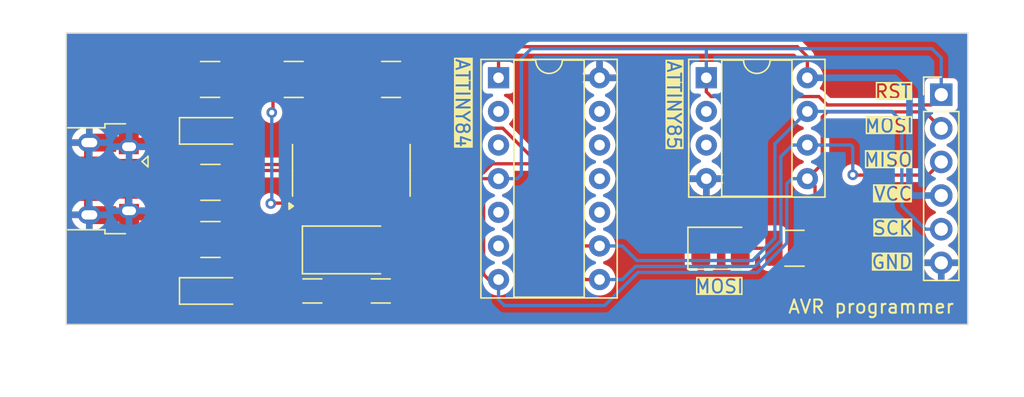
<source format=kicad_pcb>
(kicad_pcb
	(version 20240108)
	(generator "pcbnew")
	(generator_version "8.0")
	(general
		(thickness 1.6)
		(legacy_teardrops no)
	)
	(paper "A4")
	(layers
		(0 "F.Cu" signal)
		(31 "B.Cu" signal)
		(32 "B.Adhes" user "B.Adhesive")
		(33 "F.Adhes" user "F.Adhesive")
		(34 "B.Paste" user)
		(35 "F.Paste" user)
		(36 "B.SilkS" user "B.Silkscreen")
		(37 "F.SilkS" user "F.Silkscreen")
		(38 "B.Mask" user)
		(39 "F.Mask" user)
		(40 "Dwgs.User" user "User.Drawings")
		(41 "Cmts.User" user "User.Comments")
		(42 "Eco1.User" user "User.Eco1")
		(43 "Eco2.User" user "User.Eco2")
		(44 "Edge.Cuts" user)
		(45 "Margin" user)
		(46 "B.CrtYd" user "B.Courtyard")
		(47 "F.CrtYd" user "F.Courtyard")
		(48 "B.Fab" user)
		(49 "F.Fab" user)
		(50 "User.1" user)
		(51 "User.2" user)
		(52 "User.3" user)
		(53 "User.4" user)
		(54 "User.5" user)
		(55 "User.6" user)
		(56 "User.7" user)
		(57 "User.8" user)
		(58 "User.9" user)
	)
	(setup
		(stackup
			(layer "F.SilkS"
				(type "Top Silk Screen")
			)
			(layer "F.Paste"
				(type "Top Solder Paste")
			)
			(layer "F.Mask"
				(type "Top Solder Mask")
				(thickness 0.01)
			)
			(layer "F.Cu"
				(type "copper")
				(thickness 0.035)
			)
			(layer "dielectric 1"
				(type "core")
				(thickness 1.51)
				(material "FR4")
				(epsilon_r 4.5)
				(loss_tangent 0.02)
			)
			(layer "B.Cu"
				(type "copper")
				(thickness 0.035)
			)
			(layer "B.Mask"
				(type "Bottom Solder Mask")
				(thickness 0.01)
			)
			(layer "B.Paste"
				(type "Bottom Solder Paste")
			)
			(layer "B.SilkS"
				(type "Bottom Silk Screen")
			)
			(copper_finish "None")
			(dielectric_constraints no)
		)
		(pad_to_mask_clearance 0)
		(allow_soldermask_bridges_in_footprints no)
		(pcbplotparams
			(layerselection 0x00010fc_ffffffff)
			(plot_on_all_layers_selection 0x0000000_00000000)
			(disableapertmacros no)
			(usegerberextensions no)
			(usegerberattributes yes)
			(usegerberadvancedattributes yes)
			(creategerberjobfile yes)
			(dashed_line_dash_ratio 12.000000)
			(dashed_line_gap_ratio 3.000000)
			(svgprecision 4)
			(plotframeref no)
			(viasonmask no)
			(mode 1)
			(useauxorigin no)
			(hpglpennumber 1)
			(hpglpenspeed 20)
			(hpglpendiameter 15.000000)
			(pdf_front_fp_property_popups yes)
			(pdf_back_fp_property_popups yes)
			(dxfpolygonmode yes)
			(dxfimperialunits yes)
			(dxfusepcbnewfont yes)
			(psnegative no)
			(psa4output no)
			(plotreference yes)
			(plotvalue yes)
			(plotfptext yes)
			(plotinvisibletext no)
			(sketchpadsonfab no)
			(subtractmaskfromsilk no)
			(outputformat 1)
			(mirror no)
			(drillshape 1)
			(scaleselection 1)
			(outputdirectory "")
		)
	)
	(net 0 "")
	(net 1 "/XTAL1")
	(net 2 "GND")
	(net 3 "/XTAL2")
	(net 4 "Net-(D1-K)")
	(net 5 "Net-(D2-K)")
	(net 6 "Net-(D3-A)")
	(net 7 "/MOSI")
	(net 8 "+5V")
	(net 9 "/SCK")
	(net 10 "/MISO")
	(net 11 "/RESET")
	(net 12 "/D+")
	(net 13 "/D-")
	(net 14 "unconnected-(J2-ID-Pad4)")
	(net 15 "unconnected-(U2-PA2-Pad11)")
	(net 16 "unconnected-(U2-PA1-Pad12)")
	(net 17 "unconnected-(U3-PB0-Pad2)")
	(net 18 "unconnected-(U3-PB1-Pad3)")
	(net 19 "unconnected-(U3-PB2-Pad5)")
	(net 20 "unconnected-(U3-PA7-Pad6)")
	(net 21 "unconnected-(U3-PA3-Pad10)")
	(net 22 "unconnected-(U3-PA2-Pad11)")
	(net 23 "unconnected-(U3-PA1-Pad12)")
	(net 24 "unconnected-(U3-PA0-Pad13)")
	(net 25 "unconnected-(U4-PB3-Pad2)")
	(net 26 "unconnected-(U4-PB4-Pad3)")
	(footprint "Resistor_SMD:R_1210_3225Metric_Pad1.30x2.65mm_HandSolder" (layer "F.Cu") (at 110.8775 78.7725))
	(footprint "Resistor_SMD:R_1210_3225Metric_Pad1.30x2.65mm_HandSolder" (layer "F.Cu") (at 110.85 71 180))
	(footprint "LED_SMD:LED_1210_3225Metric_Pad1.42x2.65mm_HandSolder" (layer "F.Cu") (at 149.35 83.75))
	(footprint "Package_SO:SOIC-14_3.9x8.7mm_P1.27mm" (layer "F.Cu") (at 121.5 77.865 90))
	(footprint "Crystal:Crystal_SMD_Abracon_ABM3-2Pin_5.0x3.2mm" (layer "F.Cu") (at 121.01 83.875))
	(footprint "Diode_SMD:D_SOD-123" (layer "F.Cu") (at 110.9 74.88625))
	(footprint "Capacitor_SMD:C_1206_3216Metric_Pad1.33x1.80mm_HandSolder" (layer "F.Cu") (at 118.5625 86.975))
	(footprint "Connector_USB:USB_Micro-B_Amphenol_10103594-0001LF_Horizontal" (layer "F.Cu") (at 102.85 78.525 -90))
	(footprint "Diode_SMD:D_SOD-123" (layer "F.Cu") (at 110.9 86.975))
	(footprint "Resistor_SMD:R_1210_3225Metric_Pad1.30x2.65mm_HandSolder" (layer "F.Cu") (at 110.8775 83.08875))
	(footprint "Connector_PinHeader_2.54mm:PinHeader_1x06_P2.54mm_Vertical" (layer "F.Cu") (at 166 72.15))
	(footprint "Capacitor_SMD:C_1206_3216Metric_Pad1.33x1.80mm_HandSolder" (layer "F.Cu") (at 123.725 86.975 180))
	(footprint "Package_DIP:DIP-14_W7.62mm_Socket" (layer "F.Cu") (at 132.605 70.875))
	(footprint "Capacitor_SMD:C_1210_3225Metric_Pad1.33x2.70mm_HandSolder" (layer "F.Cu") (at 117.155 71))
	(footprint "Resistor_SMD:R_1210_3225Metric_Pad1.30x2.65mm_HandSolder" (layer "F.Cu") (at 154.93 83.75 180))
	(footprint "Capacitor_SMD:C_1210_3225Metric_Pad1.33x2.70mm_HandSolder" (layer "F.Cu") (at 124.5 71 180))
	(footprint "Package_DIP:DIP-8_W7.62mm_Socket" (layer "F.Cu") (at 148.28 70.875))
	(gr_rect
		(start 100 67.5)
		(end 168 89.5)
		(stroke
			(width 0.1)
			(type default)
		)
		(fill none)
		(layer "Edge.Cuts")
		(uuid "3dcba43e-7576-4f49-942d-131027e53580")
	)
	(gr_text "ATTINY84"
		(at 129.3 69.35 270)
		(layer "F.SilkS" knockout)
		(uuid "09574734-2704-4720-bcac-dd0876306ef2")
		(effects
			(font
				(size 1 1)
				(thickness 0.15)
			)
			(justify left bottom)
		)
	)
	(gr_text "RST"
		(at 160.904761 72.5 0)
		(layer "F.SilkS" knockout)
		(uuid "37d1f2b1-6479-4cf4-a5b1-118b2be99f84")
		(effects
			(font
				(size 1 1)
				(thickness 0.15)
			)
			(justify left bottom)
		)
	)
	(gr_text "VCC"
		(at 160.84 80.234 0)
		(layer "F.SilkS" knockout)
		(uuid "4308310a-c9cf-4ffe-b024-e18fea08e737")
		(effects
			(font
				(size 1 1)
				(thickness 0.15)
			)
			(justify left bottom)
		)
	)
	(gr_text "ATTINY85"
		(at 145.25 69.5 270)
		(layer "F.SilkS" knockout)
		(uuid "4c17cfc1-c229-4f90-bfe7-873f93cafdf0")
		(effects
			(font
				(size 1 1)
				(thickness 0.15)
			)
			(justify left bottom)
		)
	)
	(gr_text "GND"
		(at 160.66 85.39 0)
		(layer "F.SilkS" knockout)
		(uuid "8047db29-7917-44aa-914b-9d392152c3c1")
		(effects
			(font
				(size 1 1)
				(thickness 0.15)
			)
			(justify left bottom)
		)
	)
	(gr_text "SCK"
		(at 160.77 82.812 0)
		(layer "F.SilkS" knockout)
		(uuid "90165692-f006-485b-94a6-bda507e5e5fb")
		(effects
			(font
				(size 1 1)
				(thickness 0.15)
			)
			(justify left bottom)
		)
	)
	(gr_text "MISO"
		(at 160.09 77.656 0)
		(layer "F.SilkS" knockout)
		(uuid "9d6c22f4-c9f6-4828-b552-668b4e15bcd0")
		(effects
			(font
				(size 1 1)
				(thickness 0.15)
			)
			(justify left bottom)
		)
	)
	(gr_text "AVR programmer"
		(at 154.375 88.75 0)
		(layer "F.SilkS")
		(uuid "a2faeb47-5433-4b56-821f-3aae183b2420")
		(effects
			(font
				(size 1 1)
				(thickness 0.15)
			)
			(justify left bottom)
		)
	)
	(gr_text "MOSI"
		(at 147.35 87.225 0)
		(layer "F.SilkS" knockout)
		(uuid "c37890ff-d8b0-4e41-a964-84a75a94aa49")
		(effects
			(font
				(size 1 1)
				(thickness 0.15)
			)
			(justify left bottom)
		)
	)
	(gr_text "MOSI"
		(at 160.15 75.078 0)
		(layer "F.SilkS" knockout)
		(uuid "cd60508e-f323-4a4a-a68e-7d6dc04d0dd4")
		(effects
			(font
				(size 1 1)
				(thickness 0.15)
			)
			(justify left bottom)
		)
	)
	(segment
		(start 118.96 80.34)
		(end 118.96 83.875)
		(width 0.25)
		(layer "F.Cu")
		(net 1)
		(uuid "1a12e8fb-f425-4c0c-9a3c-4fd839a065f7")
	)
	(segment
		(start 118.96 86.69)
		(end 118.675 86.975)
		(width 0.25)
		(layer "F.Cu")
		(net 1)
		(uuid "899e8342-176e-4b61-8821-9eff8ede5e21")
	)
	(segment
		(start 118.96 83.875)
		(end 118.96 86.69)
		(width 0.25)
		(layer "F.Cu")
		(net 1)
		(uuid "c6f38956-5899-421b-a6fc-9e51f82e43db")
	)
	(segment
		(start 118.675 86.975)
		(end 117 86.975)
		(width 0.25)
		(layer "F.Cu")
		(net 1)
		(uuid "fe853fe0-3497-4159-9bfd-cddab60eec26")
	)
	(segment
		(start 101.465 80.96)
		(end 101.735 81.23)
		(width 0.25)
		(layer "F.Cu")
		(net 2)
		(uuid "3abcf8e4-a4f5-45e1-8002-265149914f8a")
	)
	(segment
		(start 101.465 79.46)
		(end 101.465 80.96)
		(width 0.25)
		(layer "F.Cu")
		(net 2)
		(uuid "4d5ff7e4-699f-4b8c-829e-27e4c17bf3c9")
	)
	(segment
		(start 101.465 77.54)
		(end 101.465 79.46)
		(width 0.25)
		(layer "F.Cu")
		(net 2)
		(uuid "d597a38c-0c6f-4eaf-bd6e-a928b2f483b8")
	)
	(segment
		(start 101.465 77.54)
		(end 101.465 76.04)
		(width 0.25)
		(layer "F.Cu")
		(net 2)
		(uuid "e1dc0005-2ec3-451b-945a-7dbce7e0ce30")
	)
	(segment
		(start 101.465 76.04)
		(end 101.735 75.77)
		(width 0.25)
		(layer "F.Cu")
		(net 2)
		(uuid "e2bc310f-0625-4329-9505-1a4638b9094a")
	)
	(segment
		(start 124.55 83.875)
		(end 125.2875 84.6125)
		(width 0.25)
		(layer "F.Cu")
		(net 3)
		(uuid "216dfb2e-55d8-4b17-a1ea-e172fdb49475")
	)
	(segment
		(start 120.585 83.875)
		(end 120.235 83.525)
		(width 0.25)
		(layer "F.Cu")
		(net 3)
		(uuid "47a19480-7bba-4db9-b8d0-7660d9a491e0")
	)
	(segment
		(start 123.055 84.17)
		(end 123.1 84.125)
		(width 0.25)
		(layer "F.Cu")
		(net 3)
		(uuid "51899e99-73c2-499b-8dc2-c815be95b638")
	)
	(segment
		(start 120.235 83.525)
		(end 120.235 82.355)
		(width 0.25)
		(layer "F.Cu")
		(net 3)
		(uuid "5faf61aa-2b83-4067-b5ea-c0810b94d335")
	)
	(segment
		(start 120.235 82.355)
		(end 120.23 82.35)
		(width 0.25)
		(layer "F.Cu")
		(net 3)
		(uuid "6dd7621d-c144-4ecf-9294-6840da72bad4")
	)
	(segment
		(start 123.06 83.875)
		(end 120.585 83.875)
		(width 0.25)
		(layer "F.Cu")
		(net 3)
		(uuid "7c315196-6650-4658-8bac-d8d2c843edd3")
	)
	(segment
		(start 120.23 82.35)
		(end 120.23 80.34)
		(width 0.25)
		(layer "F.Cu")
		(net 3)
		(uuid "90b71e57-1439-4fcf-90ca-007824d5c292")
	)
	(segment
		(start 123.06 83.875)
		(end 124.55 83.875)
		(width 0.25)
		(layer "F.Cu")
		(net 3)
		(uuid "c9e0d608-03fe-421e-b07b-88d640459ade")
	)
	(segment
		(start 125.2875 84.6125)
		(end 125.2875 86.975)
		(width 0.25)
		(layer "F.Cu")
		(net 3)
		(uuid "d5c0dbb4-4a9a-4bc4-9381-196b6ecae86c")
	)
	(segment
		(start 109.3 74.625)
		(end 109.25 74.675)
		(width 0.25)
		(layer "F.Cu")
		(net 4)
		(uuid "264250bd-5b7c-4cb5-9a73-3e0199983a92")
	)
	(segment
		(start 109.25 78.0225)
		(end 109.3275 78.1)
		(width 0.25)
		(layer "F.Cu")
		(net 4)
		(uuid "588b55db-3bdf-492c-b27a-d672c2c53983")
	)
	(segment
		(start 109.25 74.88625)
		(end 109.25 78.695)
		(width 0.25)
		(layer "F.Cu")
		(net 4)
		(uuid "610c5721-f00d-4bd5-84d4-81537341f737")
	)
	(segment
		(start 104.615 77.85)
		(end 109.0775 77.85)
		(width 0.25)
		(layer "F.Cu")
		(net 4)
		(uuid "bb218e9d-7381-457b-8a17-82be9a4f7289")
	)
	(segment
		(start 109.0775 77.85)
		(end 109.3275 78.1)
		(width 0.25)
		(layer "F.Cu")
		(net 4)
		(uuid "bb6dd632-b46a-4867-ab35-de7f7649377d")
	)
	(segment
		(start 109.3 71)
		(end 109.3 74.625)
		(width 0.25)
		(layer "F.Cu")
		(net 4)
		(uuid "c6c50861-d615-4ba4-88e1-ba76eb209bbf")
	)
	(segment
		(start 109.25 78.695)
		(end 109.3275 78.7725)
		(width 0.25)
		(layer "F.Cu")
		(net 4)
		(uuid "eaf701eb-de5a-4e3d-85ca-1d5968fb761a")
	)
	(segment
		(start 107.7225 79.0225)
		(end 107.7225 81.05)
		(width 0.25)
		(layer "F.Cu")
		(net 5)
		(uuid "3297f736-7d47-4482-ad29-21272c24805e")
	)
	(segment
		(start 104.615 78.5)
		(end 107.2 78.5)
		(width 0.25)
		(layer "F.Cu")
		(net 5)
		(uuid "388e93c6-06a7-4da7-b283-ee1c59364eb2")
	)
	(segment
		(start 107.7225 81.05)
		(end 107.7225 82.6975)
		(width 0.25)
		(layer "F.Cu")
		(net 5)
		(uuid "3c4264e2-8aa9-4fe1-be3b-9575a5bd6df2")
	)
	(segment
		(start 108.11375 83.08875)
		(end 109.3275 83.08875)
		(width 0.25)
		(layer "F.Cu")
		(net 5)
		(uuid "703ae097-e712-4e03-bab5-0487dae4dcba")
	)
	(segment
		(start 109.25 81.955)
		(end 109.3275 81.955)
		(width 0.25)
		(layer "F.Cu")
		(net 5)
		(uuid "736e81b6-61ab-4174-abae-7aface87036f")
	)
	(segment
		(start 107.7225 82.6975)
		(end 108.11375 83.08875)
		(width 0.25)
		(layer "F.Cu")
		(net 5)
		(uuid "8e04f833-1a03-4ea2-bd8a-c04fc46f99d8")
	)
	(segment
		(start 107.2 78.5)
		(end 107.7225 79.0225)
		(width 0.25)
		(layer "F.Cu")
		(net 5)
		(uuid "92303e60-61eb-4122-93ec-2e6f124e17bb")
	)
	(segment
		(start 109.3275 83.08875)
		(end 109.3275 86.8975)
		(width 0.25)
		(layer "F.Cu")
		(net 5)
		(uuid "d9dddb4a-ca1a-4f27-ac5b-a6596bde76d7")
	)
	(segment
		(start 109.3275 86.8975)
		(end 109.25 86.975)
		(width 0.25)
		(layer "F.Cu")
		(net 5)
		(uuid "ed2f1e4d-e899-45ee-8710-5639d9278e2a")
	)
	(segment
		(start 153.33 83.75)
		(end 153.38 83.8)
		(width 0.25)
		(layer "F.Cu")
		(net 6)
		(uuid "2a6f33c3-82d2-4fbf-b2ac-8f7d93eb1f3a")
	)
	(segment
		(start 150.8375 83.75)
		(end 153.33 83.75)
		(width 0.25)
		(layer "F.Cu")
		(net 6)
		(uuid "3fbd3ba0-7597-48d2-94f9-5c5c0062b0fd")
	)
	(segment
		(start 157.025 73.825)
		(end 157.025 77.37)
		(width 0.25)
		(layer "F.Cu")
		(net 7)
		(uuid "145a4f23-e4f8-4c9b-9aa6-7bda649804e8")
	)
	(segment
		(start 131.48 79.355)
		(end 131.07 78.945)
		(width 0.25)
		(layer "F.Cu")
		(net 7)
		(uuid "61b1dc32-eab5-485b-9828-b1002be55746")
	)
	(segment
		(start 164.76 73.45)
		(end 157.4 73.45)
		(width 0.25)
		(layer "F.Cu")
		(net 7)
		(uuid "679bcbb1-4465-4434-8451-0ebe23b32574")
	)
	(segment
		(start 132.605 86.115)
		(end 131.865 86.115)
		(width 0.25)
		(layer "F.Cu")
		(net 7)
		(uuid "75c4da78-1bdb-4a2c-aa49-d51719db0097")
	)
	(segment
		(start 157.4 73.45)
		(end 157.025 73.825)
		(width 0.25)
		(layer "F.Cu")
		(net 7)
		(uuid "823dc7a4-f3e4-4d09-b4a3-c8214a1b1bef")
	)
	(segment
		(start 156.48 79.075)
		(end 155.9 78.495)
		(width 0.25)
		(layer "F.Cu")
		(net 7)
		(uuid "8ae4c479-b69f-4ff0-853f-5303480e0731")
	)
	(segment
		(start 166 74.69)
		(end 164.76 73.45)
		(width 0.25)
		(layer "F.Cu")
		(net 7)
		(uuid "9522161c-8cb0-449a-ac99-4ef13b925f27")
	)
	(segment
		(start 125.31 79.515)
		(end 125.31 80.34)
		(width 0.25)
		(layer "F.Cu")
		(net 7)
		(uuid "96b9516b-0fb8-484e-9d31-ffae53bf879a")
	)
	(segment
		(start 157.025 77.37)
		(end 155.9 78.495)
		(width 0.25)
		(layer "F.Cu")
		(net 7)
		(uuid "a6d552cd-6dd3-4503-ae29-5e1efdcddd63")
	)
	(segment
		(start 131.48 85.73)
		(end 131.48 79.355)
		(width 0.25)
		(layer "F.Cu")
		(net 7)
		(uuid "c501f7c3-d377-4a86-b910-2af8a1b12cf5")
	)
	(segment
		(start 125.88 78.945)
		(end 125.31 79.515)
		(width 0.25)
		(layer "F.Cu")
		(net 7)
		(uuid "c66683b9-634e-464b-9fa0-90fc9e76cfda")
	)
	(segment
		(start 156.48 83.8)
		(end 156.48 79.075)
		(width 0.25)
		(layer "F.Cu")
		(net 7)
		(uuid "da618f34-9cd3-4ee2-89fc-ec6fdee0d290")
	)
	(segment
		(start 131.07 78.945)
		(end 125.88 78.945)
		(width 0.25)
		(layer "F.Cu")
		(net 7)
		(uuid "eb1967c8-da6b-4358-853b-c2b0fd680929")
	)
	(segment
		(start 131.865 86.115)
		(end 131.48 85.73)
		(width 0.25)
		(layer "F.Cu")
		(net 7)
		(uuid "f6cee7a5-4b15-4db1-b64e-7c2291b0a02f")
	)
	(segment
		(start 143.116396 85.575)
		(end 152.136396 85.575)
		(width 0.25)
		(layer "B.Cu")
		(net 7)
		(uuid "11023c90-ff3f-489f-aa63-c59783a5eb49")
	)
	(segment
		(start 154.35 78.875)
		(end 154.73 78.495)
		(width 0.25)
		(layer "B.Cu")
		(net 7)
		(uuid "18e19019-eda7-4c55-92d9-dcb3574cfb39")
	)
	(segment
		(start 133.05 88.075)
		(end 140.616396 88.075)
		(width 0.25)
		(layer "B.Cu")
		(net 7)
		(uuid "40e6fe2e-9ba6-4652-89a9-b71c9d232f0a")
	)
	(segment
		(start 132.605 86.115)
		(end 132.605 87.63)
		(width 0.25)
		(layer "B.Cu")
		(net 7)
		(uuid "8c98de94-1c6e-4918-8fd5-980b8b1dfd6b")
	)
	(segment
		(start 152.136396 85.575)
		(end 154.35 83.361396)
		(width 0.25)
		(layer "B.Cu")
		(net 7)
		(uuid "8e9bb16a-603e-4d54-9cc2-be1e94f151eb")
	)
	(segment
		(start 140.616396 88.075)
		(end 143.116396 85.575)
		(width 0.25)
		(layer "B.Cu")
		(net 7)
		(uuid "b24a2c9a-f4b1-4327-a514-c286063333e0")
	)
	(segment
		(start 154.35 83.361396)
		(end 154.35 78.875)
		(width 0.25)
		(layer "B.Cu")
		(net 7)
		(uuid "bfcb0919-21c0-4e0d-8b63-88fd77e66f37")
	)
	(segment
		(start 154.73 78.495)
		(end 155.9 78.495)
		(width 0.25)
		(layer "B.Cu")
		(net 7)
		(uuid "da26efe5-ce22-4e0e-a3c8-5b942727dcaa")
	)
	(segment
		(start 132.605 87.63)
		(end 133.05 88.075)
		(width 0.25)
		(layer "B.Cu")
		(net 7)
		(uuid "e469488b-b48d-41e4-9ef3-2b8eccc40a4b")
	)
	(segment
		(start 115.6 68.525)
		(end 126.025 68.525)
		(width 0.25)
		(layer "F.Cu")
		(net 8)
		(uuid "0fcf12b8-4071-4b56-add1-3e8f354ff47d")
	)
	(segment
		(start 112.4 71)
		(end 112.4 68.55)
		(width 0.25)
		(layer "F.Cu")
		(net 8)
		(uuid "14f3c2a9-9090-41a4-856b-b0f048bfec58")
	)
	(segment
		(start 112.425 68.525)
		(end 115.6 68.525)
		(width 0.25)
		(layer "F.Cu")
		(net 8)
		(uuid "1f4d82e0-6521-4dde-9ac4-5bfa880c7ba9")
	)
	(segment
		(start 104.615 77.2)
		(end 108.025 77.2)
		(width 0.25)
		(layer "F.Cu")
		(net 8)
		(uuid "41ab2a77-1c61-4b02-8315-0fe05cfd257b")
	)
	(segment
		(start 115.6 68.825)
		(end 115.5925 68.8325)
		(width 0.25)
		(layer "F.Cu")
		(net 8)
		(uuid "45c4068a-ea4b-4760-a641-adec26dada11")
	)
	(segment
		(start 126.0625 71)
		(end 126.0625 68.5625)
		(width 0.25)
		(layer "F.Cu")
		(net 8)
		(uuid "48680c44-9298-4c72-b4da-9bf27a85d9e8")
	)
	(segment
		(start 115.5925 68.8325)
		(end 115.5925 71)
		(width 0.25)
		(layer "F.Cu")
		(net 8)
		(uuid "4ee627bd-58e0-470c-80b3-a50e3c44c56b")
	)
	(segment
		(start 109.3 68.525)
		(end 112.425 68.525)
		(width 0.25)
		(layer "F.Cu")
		(net 8)
		(uuid "5acd1298-7780-4410-8c77-f83685cc2585")
	)
	(segment
		(start 121.014004 78.825)
		(end 121.5 79.310996)
		(width 0.25)
		(layer "F.Cu")
		(net 8)
		(uuid "6332c000-bdb3-43b7-8644-72d901074161")
	)
	(segment
		(start 132.605 68.67)
		(end 132.605 70.875)
		(width 0.25)
		(layer "F.Cu")
		(net 8)
		(uuid "65afb619-fb4a-4232-9276-a5685f41f39e")
	)
	(segment
		(start 115.46 80.34)
		(end 117.69 80.34)
		(width 0.25)
		(layer "F.Cu")
		(net 8)
		(uuid "6707b27d-829c-4e53-9b44-ef3f41859c9a")
	)
	(segment
		(start 134.4 68.525)
		(end 155.15 68.525)
		(width 0.25)
		(layer "F.Cu")
		(net 8)
		(uuid "7032271e-6054-4c19-a2d7-a49c8a551961")
	)
	(segment
		(start 108.325 76.9)
		(end 108.325 69.5)
		(width 0.25)
		(layer "F.Cu")
		(net 8)
		(uuid "70e1b2a9-9c31-4bc3-85e3-49a1002ca266")
	)
	(segment
		(start 132.75 68.525)
		(end 134.4 68.525)
		(width 0.25)
		(layer "F.Cu")
		(net 8)
		(uuid "728c4996-d1c9-4c2b-951f-6677fa857e0a")
	)
	(segment
		(start 117.69 79.26)
		(end 118.125 78.825)
		(width 0.25)
		(layer "F.Cu")
		(net 8)
		(uuid "7321d1dc-34cb-4ff0-9cbd-99ab5206e764")
	)
	(segment
		(start 115.425 80.375)
		(end 115.46 80.34)
		(width 0.25)
		(layer "F.Cu")
		(net 8)
		(uuid "75ce8d9a-0e3d-4961-abcf-d19bf6d6a494")
	)
	(segment
		(start 115.6 68.525)
		(end 115.6 68.825)
		(width 0.25)
		(layer "F.Cu")
		(net 8)
		(uuid "81eb1589-044e-4cb2-830d-d000ea650b9f")
	)
	(segment
		(start 155.9 69.275)
		(end 155.9 70.875)
		(width 0.25)
		(layer "F.Cu")
		(net 8)
		(uuid "853253c6-cdb2-40d9-b475-3a9000080bea")
	)
	(segment
		(start 118.125 78.825)
		(end 121.014004 78.825)
		(width 0.25)
		(layer "F.Cu")
		(net 8)
		(uuid "8c3940c0-3383-4943-8f00-9c9212cdef04")
	)
	(segment
		(start 112.4 68.55)
		(end 112.425 68.525)
		(width 0.25)
		(layer "F.Cu")
		(net 8)
		(uuid "a017d0f2-8e16-4f65-9ff5-1d5b2abdfebe")
	)
	(segment
		(start 126.025 68.525)
		(end 132.75 68.525)
		(width 0.25)
		(layer "F.Cu")
		(net 8)
		(uuid "a1c02685-402e-41d5-b58d-7a4b53fda8ab")
	)
	(segment
		(start 132.75 68.525)
		(end 132.605 68.67)
		(width 0.25)
		(layer "F.Cu")
		(net 8)
		(uuid "ad51c473-adde-4852-b2c9-f4a014419fb5")
	)
	(segment
		(start 108.025 77.2)
		(end 108.325 76.9)
		(width 0.25)
		(layer "F.Cu")
		(net 8)
		(uuid "aefece89-d636-4028-aea7-71ef6a453c6d")
	)
	(segment
		(start 108.325 69.5)
		(end 109.3 68.525)
		(width 0.25)
		(layer "F.Cu")
		(net 8)
		(uuid "b2a865a1-916c-4884-9f42-6ae0d6526407")
	)
	(segment
		(start 155.15 68.525)
		(end 155.9 69.275)
		(width 0.25)
		(layer "F.Cu")
		(net 8)
		(uuid "b8d6a965-06ea-413c-8c0f-db3f137453ef")
	)
	(segment
		(start 115.5925 73.4075)
		(end 115.5 73.5)
		(width 0.25)
		(layer "F.Cu")
		(net 8)
		(uuid "c0a5dd95-d7e4-4477-a095-352b6c3af70d")
	)
	(segment
		(start 126.0625 68.5625)
		(end 126.025 68.525)
		(width 0.25)
		(layer "F.Cu")
		(net 8)
		(uuid "d2033394-58bf-4c41-baf4-9ad7d76a51e7")
	)
	(segment
		(start 115.5925 71)
		(end 115.5925 73.4075)
		(width 0.25)
		(layer "F.Cu")
		(net 8)
		(uuid "d59a98f4-2d9e-4193-9981-5ab3e2b49f0e")
	)
	(segment
		(start 121.5 79.310996)
		(end 121.5 80.34)
		(width 0.25)
		(layer "F.Cu")
		(net 8)
		(uuid "db4a5bb4-a992-4f3c-9638-87ff612310c8")
	)
	(segment
		(start 117.69 80.34)
		(end 117.69 79.26)
		(width 0.25)
		(layer "F.Cu")
		(net 8)
		(uuid "fd33b9fc-b4ae-4151-ac9d-0344cfc92626")
	)
	(via
		(at 115.425 80.375)
		(size 0.8)
		(drill 0.4)
		(layers "F.Cu" "B.Cu")
		(net 8)
		(uuid "1052fb61-2028-4544-a66b-3f6f83e957b6")
	)
	(via
		(at 115.5 73.5)
		(size 0.8)
		(drill 0.4)
		(layers "F.Cu" "B.Cu")
		(net 8)
		(uuid "324d7cbe-4b08-4436-a42a-7d44eada3c95")
	)
	(segment
		(start 162.475 70.875)
		(end 155.9 70.875)
		(width 0.5)
		(layer "B.Cu")
		(net 8)
		(uuid "367eb60a-913e-44d2-a9c5-5249d83212d8")
	)
	(segment
		(start 115.5 80.3)
		(end 115.425 80.375)
		(width 0.25)
		(layer "B.Cu")
		(net 8)
		(uuid "44f3cf29-7c9d-46f5-8da4-f95142b21177")
	)
	(segment
		(start 163.6 72)
		(end 162.475 70.875)
		(width 0.5)
		(layer "B.Cu")
		(net 8)
		(uuid "5a092f1d-5713-460d-b12a-7fadaa862231")
	)
	(segment
		(start 166 79.77)
		(end 163.845 79.77)
		(width 0.5)
		(layer "B.Cu")
		(net 8)
		(uuid "63923e8e-6f62-4706-8409-960e7b8d88a2")
	)
	(segment
		(start 115.5 73.5)
		(end 115.5 80.3)
		(width 0.25)
		(layer "B.Cu")
		(net 8)
		(uuid "9b91d431-27ae-464f-982e-2f0e0ff7478a")
	)
	(segment
		(start 163.845 79.77)
		(end 163.6 79.525)
		(width 0.5)
		(layer "B.Cu")
		(net 8)
		(uuid "b5c77867-10c2-48ac-ab5f-65d30f5722c9")
	)
	(segment
		(start 163.6 79.525)
		(end 163.6 72)
		(width 0.5)
		(layer "B.Cu")
		(net 8)
		(uuid "b670b5d8-b620-4c53-90a1-c11bdee5c773")
	)
	(segment
		(start 126.3064 74.685)
		(end 132.925991 74.685)
		(width 0.25)
		(layer "F.Cu")
		(net 9)
		(uuid "22a46ac5-04e4-434e-8e7e-48201d0c591c")
	)
	(segment
		(start 138.65 83.125)
		(end 139.1 83.575)
		(width 0.25)
		(layer "F.Cu")
		(net 9)
		(uuid "3156f1c6-1478-4175-a169-571209a9bb27")
	)
	(segment
		(start 125.628 74.0066)
		(end 126.3064 74.685)
		(width 0.25)
		(layer "F.Cu")
		(net 9)
		(uuid "593c70b6-5465-4928-9129-e1613adbd4ab")
	)
	(segment
		(start 124.9652 74.0066)
		(end 125.628 74.0066)
		(width 0.25)
		(layer "F.Cu")
		(net 9)
		(uuid "81c41864-dae7-4f09-9935-62afecd4027b")
	)
	(segment
		(start 135.160991 76.92)
		(end 137.281396 76.92)
		(width 0.25)
		(layer "F.Cu")
		(net 9)
		(uuid "bc5d06d0-01e6-49cb-8e9a-2d5947b33e8c")
	)
	(segment
		(start 138.65 78.288604)
		(end 138.65 83.125)
		(width 0.25)
		(layer "F.Cu")
		(net 9)
		(uuid "be007e5b-f240-4068-b472-5e1e9d12292a")
	)
	(segment
		(start 139.1 83.575)
		(end 140.225 83.575)
		(width 0.25)
		(layer "F.Cu")
		(net 9)
		(uuid "d13d46aa-0577-44c3-bf3b-ed85771184ce")
	)
	(segment
		(start 124.04 74.9318)
		(end 124.9652 74.0066)
		(width 0.25)
		(layer "F.Cu")
		(net 9)
		(uuid "deded4e6-748a-4796-b361-636132486e0b")
	)
	(segment
		(start 132.925991 74.685)
		(end 135.160991 76.92)
		(width 0.25)
		(layer "F.Cu")
		(net 9)
		(uuid "df080b56-4c16-4e11-8b57-0bbafc80cb9d")
	)
	(segment
		(start 124.04 75.39)
		(end 124.04 74.9318)
		(width 0.25)
		(layer "F.Cu")
		(net 9)
		(uuid "e00ea1d6-c504-447a-9fc5-23d9310165fe")
	)
	(segment
		(start 137.281396 76.92)
		(end 138.65 78.288604)
		(width 0.25)
		(layer "F.Cu")
		(net 9)
		(uuid "f31bf3cb-c7b6-4783-9ff6-48323b5c7739")
	)
	(segment
		(start 162.265 73.415)
		(end 163.025 74.175)
		(width 0.25)
		(layer "B.Cu")
		(net 9)
		(uuid "0d4843ae-2385-48fc-bd8a-3d5a4ba931d5")
	)
	(segment
		(start 153.45 82.988604)
		(end 153.45 75.865)
		(width 0.25)
		(layer "B.Cu")
		(net 9)
		(uuid "25611523-6c3b-4b17-a448-50b73e2e2ef0")
	)
	(segment
		(start 151.763604 84.675)
		(end 153.45 82.988604)
		(width 0.25)
		(layer "B.Cu")
		(net 9)
		(uuid "381bbb41-682b-4495-b3b6-ab3b2dec9562")
	)
	(segment
		(start 141.94 83.575)
		(end 143.04 84.675)
		(width 0.25)
		(layer "B.Cu")
		(net 9)
		(uuid "5d5e55c9-c969-4dff-a8f2-69b34340491e")
	)
	(segment
		(start 140.225 83.575)
		(end 141.94 83.575)
		(width 0.25)
		(layer "B.Cu")
		(net 9)
		(uuid "5f888bc8-3d27-481d-9bba-2fb720bdcc56")
	)
	(segment
		(start 155.9 73.415)
		(end 162.265 73.415)
		(width 0.25)
		(layer "B.Cu")
		(net 9)
		(uuid "67b341d7-c0cb-4439-9e78-946402a3cd9d")
	)
	(segment
		(start 153.45 75.865)
		(end 155.9 73.415)
		(width 0.25)
		(layer "B.Cu")
		(net 9)
		(uuid "8019f075-e2ad-4cb8-8597-13fb31896d06")
	)
	(segment
		(start 163.025 74.175)
		(end 163.025 80.537081)
		(width 0.25)
		(layer "B.Cu")
		(net 9)
		(uuid "84a472a9-d116-41bc-a6cf-849fab13798a")
	)
	(segment
		(start 163.025 80.537081)
		(end 164.797919 82.31)
		(width 0.25)
		(layer "B.Cu")
		(net 9)
		(uuid "92cff700-cdde-489d-a03d-f415e7ed763f")
	)
	(segment
		(start 143.04 84.675)
		(end 151.763604 84.675)
		(width 0.25)
		(layer "B.Cu")
		(net 9)
		(uuid "dfbdb0a9-0b6f-443e-899b-fe775087fbe4")
	)
	(segment
		(start 164.797919 82.31)
		(end 166 82.31)
		(width 0.25)
		(layer "B.Cu")
		(net 9)
		(uuid "fadd29e9-ebca-4b50-9ed4-92cd52be435b")
	)
	(segment
		(start 125.31 75.39)
		(end 125.31 76.635)
		(width 0.25)
		(layer "F.Cu")
		(net 10)
		(uuid "012d5831-dea6-441e-a699-99a5cdaca4e8")
	)
	(segment
		(start 165.005 78.225)
		(end 166 77.23)
		(width 0.25)
		(layer "F.Cu")
		(net 10)
		(uuid "307f637c-3cd3-4324-9194-8c8718216141")
	)
	(segment
		(start 159.325 78.2)
		(end 159.35 78.225)
		(width 0.25)
		(layer "F.Cu")
		(net 10)
		(uuid "4c6e10f4-82cb-487a-989e-5d8d142dd313")
	)
	(segment
		(start 132.139009 77.37)
		(end 137.095 77.37)
		(width 0.25)
		(layer "F.Cu")
		(net 10)
		(uuid "4cd41139-7c63-4298-b203-e3ca02ba2ec7")
	)
	(segment
		(start 139.14 86.115)
		(end 140.225 86.115)
		(width 0.25)
		(layer "F.Cu")
		(net 10)
		(uuid "510f6f83-d7d9-4584-b600-6d539b55d530")
	)
	(segment
		(start 138.2 85.175)
		(end 139.14 86.115)
		(width 0.25)
		(layer "F.Cu")
		(net 10)
		(uuid "975cb6ec-57c0-4e5f-9add-659f640a53a2")
	)
	(segment
		(start 159.35 78.225)
		(end 165.005 78.225)
		(width 0.25)
		(layer "F.Cu")
		(net 10)
		(uuid "ae9fd72a-271b-49fa-9d27-0f11679b8d15")
	)
	(segment
		(start 126.72 78.045)
		(end 131.464009 78.045)
		(width 0.25)
		(layer "F.Cu")
		(net 10)
		(uuid "b0b25ffd-d24e-4dad-bc09-9886c9019d89")
	)
	(segment
		(start 138.2 78.475)
		(end 138.2 85.175)
		(width 0.25)
		(layer "F.Cu")
		(net 10)
		(uuid "bcd48f71-1cb1-4a47-9653-9e1763e47953")
	)
	(segment
		(start 137.095 77.37)
		(end 138.2 78.475)
		(width 0.25)
		(layer "F.Cu")
		(net 10)
		(uuid "c2f06878-621e-45d2-83ce-98eca782fd36")
	)
	(segment
		(start 131.464009 78.045)
		(end 132.139009 77.37)
		(width 0.25)
		(layer "F.Cu")
		(net 10)
		(uuid "deebe72c-091c-43ff-9e57-320873ed0cdb")
	)
	(segment
		(start 125.31 76.635)
		(end 126.72 78.045)
		(width 0.25)
		(layer "F.Cu")
		(net 10)
		(uuid "f9239fb1-b007-499f-84da-b91662d23fa8")
	)
	(via
		(at 159.325 78.2)
		(size 0.8)
		(drill 0.4)
		(layers "F.Cu" "B.Cu")
		(net 10)
		(uuid "69dfcbdb-0d1a-47ac-ad24-50b171012a8b")
	)
	(segment
		(start 153.9 83.175)
		(end 153.9 76.8283)
		(width 0.25)
		(layer "B.Cu")
		(net 10)
		(uuid "0ac322b8-2d56-475d-b0a4-9779b473b798")
	)
	(segment
		(start 154.7733 75.955)
		(end 155.9 75.955)
		(width 0.25)
		(layer "B.Cu")
		(net 10)
		(uuid "35410cdb-893b-42ed-957d-69000dbe95c8")
	)
	(segment
		(start 142.93 85.125)
		(end 151.95 85.125)
		(width 0.25)
		(layer "B.Cu")
		(net 10)
		(uuid "4dd919b7-4835-464f-b3a1-315b85247776")
	)
	(segment
		(start 159.325 78.2)
		(end 159.325 76.1)
		(width 0.25)
		(layer "B.Cu")
		(net 10)
		(uuid "6c367aeb-223d-4e38-b590-27512e84a7a1")
	)
	(segment
		(start 159.325 76.1)
		(end 159.18 75.955)
		(width 0.25)
		(layer "B.Cu")
		(net 10)
		(uuid "78c4da23-be5e-4f96-91c9-39e0a040af17")
	)
	(segment
		(start 159.18 75.955)
		(end 155.9 75.955)
		(width 0.25)
		(layer "B.Cu")
		(net 10)
		(uuid "8a96155a-2f8e-4856-a061-a3b43f26970c")
	)
	(segment
		(start 140.225 86.115)
		(end 141.94 86.115)
		(width 0.25)
		(layer "B.Cu")
		(net 10)
		(uuid "950eba2f-09ff-49c1-a781-3a8a6602b44d")
	)
	(segment
		(start 151.95 85.125)
		(end 153.9 83.175)
		(width 0.25)
		(layer "B.Cu")
		(net 10)
		(uuid "be96f7c4-c4b1-425f-982a-955b5892e0b1")
	)
	(segment
		(start 141.94 86.115)
		(end 142.93 85.125)
		(width 0.25)
		(layer "B.Cu")
		(net 10)
		(uuid "c013d926-d0a8-4659-b6ea-6e10a3bd5ed5")
	)
	(segment
		(start 153.9 76.8283)
		(end 154.7733 75.955)
		(width 0.25)
		(layer "B.Cu")
		(net 10)
		(uuid "f6e429f6-aa85-4f03-8567-30e896baa23a")
	)
	(segment
		(start 157.4 72.925)
		(end 165.225 72.925)
		(width 0.25)
		(layer "F.Cu")
		(net 11)
		(uuid "3ee539ff-adbb-4326-9a6f-c97b5ec6bb11")
	)
	(segment
		(start 148.28 71.93)
		(end 148.64 72.29)
		(width 0.25)
		(layer "F.Cu")
		(net 11)
		(uuid "5c710243-f6d4-46d0-9303-ef2d41b6afed")
	)
	(segment
		(start 126.533604 78.495)
		(end 132.605 78.495)
		(width 0.25)
		(layer "F.Cu")
		(net 11)
		(uuid "8495c74f-1b82-4dea-9ab4-31b80c3115fb")
	)
	(segment
		(start 122.77 75.39)
		(end 122.77 76.395)
		(width 0.25)
		(layer "F.Cu")
		(net 11)
		(uuid "940acc5b-bc4d-41f4-9a4c-a516493fa362")
	)
	(segment
		(start 165.225 72.925)
		(end 166 72.15)
		(width 0.25)
		(layer "F.Cu")
		(net 11)
		(uuid "a4a213ff-6b05-4793-ab00-cb88a0cd8144")
	)
	(segment
		(start 156.765 72.29)
		(end 157.4 72.925)
		(width 0.25)
		(layer "F.Cu")
		(net 11)
		(uuid "b14b51d2-a1a3-4961-b952-09854af5d208")
	)
	(segment
		(start 123.196396 76.821396)
		(end 124.86 76.821396)
		(width 0.25)
		(layer "F.Cu")
		(net 11)
		(uuid "ca8cf515-43a1-403c-bf91-55489140e74d")
	)
	(segment
		(start 148.28 70.875)
		(end 148.28 71.93)
		(width 0.25)
		(layer "F.Cu")
		(net 11)
		(uuid "cddc7e3d-bfc3-4f76-93c0-c4685334bcad")
	)
	(segment
		(start 148.64 72.29)
		(end 156.765 72.29)
		(width 0.25)
		(layer "F.Cu")
		(net 11)
		(uuid "e63f5b8b-93d9-4f82-88db-8a6b5422d613")
	)
	(segment
		(start 124.86 76.821396)
		(end 126.533604 78.495)
		(width 0.25)
		(layer "F.Cu")
		(net 11)
		(uuid "e7063122-b45a-4721-8a85-d0eee17302ac")
	)
	(segment
		(start 122.77 76.395)
		(end 123.196396 76.821396)
		(width 0.25)
		(layer "F.Cu")
		(net 11)
		(uuid "f82e8893-a026-4a05-9626-028ffc693522")
	)
	(segment
		(start 148.25 68.675)
		(end 165.3 68.675)
		(width 0.25)
		(layer "B.Cu")
		(net 11)
		(uuid "2eca2cd4-ddb3-4295-b11b-2698efae390b")
	)
	(segment
		(start 165.3 68.675)
		(end 166 69.375)
		(width 0.25)
		(layer "B.Cu")
		(net 11)
		(uuid "59e6262f-8f9a-4576-8407-cf64f3b686d4")
	)
	(segment
		(start 148.28 68.705)
		(end 148.25 68.675)
		(width 0.25)
		(layer "B.Cu")
		(net 11)
		(uuid "6604ee60-b010-4c66-8baa-767d5e636f31")
	)
	(segment
		(start 148.28 70.875)
		(end 148.28 68.705)
		(width 0.25)
		(layer "B.Cu")
		(net 11)
		(uuid "90f10529-e251-410b-8529-88e5f8ed8041")
	)
	(segment
		(start 134.325 69.425)
		(end 135.075 68.675)
		(width 0.25)
		(layer "B.Cu")
		(net 11)
		(uuid "9b530a00-ff70-4d37-b05d-2795623a11a0")
	)
	(segment
		(start 132.605 78.495)
		(end 134.005 78.495)
		(width 0.25)
		(layer "B.Cu")
		(net 11)
		(uuid "9c978db2-275f-405e-9c53-30ed64969cf1")
	)
	(segment
		(start 166 69.375)
		(end 166 72.15)
		(width 0.25)
		(layer "B.Cu")
		(net 11)
		(uuid "a6e2eb94-22a2-43ce-b883-791752a2f247")
	)
	(segment
		(start 134.325 78.175)
		(end 134.325 69.425)
		(width 0.25)
		(layer "B.Cu")
		(net 11)
		(uuid "f1d2d9a6-b815-462a-9145-d991f0bc384a")
	)
	(segment
		(start 134.005 78.495)
		(end 134.325 78.175)
		(width 0.25)
		(layer "B.Cu")
		(net 11)
		(uuid "f22ede06-4054-4bce-9dae-a5ccbb63b814")
	)
	(segment
		(start 146.875 68.675)
		(end 148.25 68.675)
		(width 0.25)
		(layer "B.Cu")
		(net 11)
		(uuid "f5fdd3c1-2d84-49a2-9258-58f27c3f2e5c")
	)
	(segment
		(start 135.075 68.675)
		(end 146.875 68.675)
		(width 0.25)
		(layer "B.Cu")
		(net 11)
		(uuid "ff6b27eb-9398-45a0-9cb3-e5a71eb3c355")
	)
	(segment
		(start 122.77 78.895)
		(end 121.75 77.875)
		(width 0.25)
		(layer "F.Cu")
		(net 12)
		(uuid "0f64bc3e-f29f-4eda-951d-31af3bd02d4e")
	)
	(segment
		(start 122.77 80.34)
		(end 122.77 78.895)
		(width 0.25)
		(layer "F.Cu")
		(net 12)
		(uuid "6f8c3ce9-7557-4252-8671-a419fefdf8a5")
	)
	(segment
		(start 112.4275 81.955)
		(end 112.445 81.955)
		(width 0.25)
		(layer "F.Cu")
		(net 12)
		(uuid "771d17a3-5b67-4691-a9bb-37fbe1f6e03a")
	)
	(segment
		(start 113.825 77.875)
		(end 113.425 78.275)
		(width 0.25)
		(layer "F.Cu")
		(net 12)
		(uuid "9c4400b0-eb47-4c92-8ae7-583065d5bdfa")
	)
	(segment
		(start 121.75 77.875)
		(end 113.825 77.875)
		(width 0.25)
		(layer "F.Cu")
		(net 12)
		(uuid "aece7fbb-5383-4b32-935e-4b50f03b9a43")
	)
	(segment
		(start 113.425 78.275)
		(end 113.425 82.825)
		(width 0.25)
		(layer "F.Cu")
		(net 12)
		(uuid "c7883f9d-7cc6-4759-adcc-c7846cd036e4")
	)
	(segment
		(start 113.16125 83.08875)
		(end 112.4275 83.08875)
		(width 0.25)
		(layer "F.Cu")
		(net 12)
		(uuid "d4d860dc-85bc-49b6-bb7b-2bb75ea2b5c2")
	)
	(segment
		(start 124.04 80.34)
		(end 122.77 80.34)
		(width 0.25)
		(layer "F.Cu")
		(net 12)
		(uuid "e52ae46f-908d-46b5-9c68-36d41a321acd")
	)
	(segment
		(start 113.425 82.825)
		(end 113.16125 83.08875)
		(width 0.25)
		(layer "F.Cu")
		(net 12)
		(uuid "f96c968a-12fd-49b0-aa13-dbf5c8692ca0")
	)
	(segment
		(start 113.925 77.425)
		(end 113.638604 77.425)
		(width 0.25)
		(layer "F.Cu")
		(net 13)
		(uuid "0ebf0b83-0f1c-47ca-b78f-ea5107149837")
	)
	(segment
		(start 118.96 76.815)
		(end 118.96 75.39)
		(width 0.25)
		(layer "F.Cu")
		(net 13)
		(uuid "20bd0d1e-32d5-452c-89f1-632d536ad7dd")
	)
	(segment
		(start 113.925 77.425)
		(end 118.35 77.425)
		(width 0.25)
		(layer "F.Cu")
		(net 13)
		(uuid "4281b003-2a46-42e2-a251-7862e8d0b8ab")
	)
	(segment
		(start 118.35 77.425)
		(end 118.96 76.815)
		(width 0.25)
		(layer "F.Cu")
		(net 13)
		(uuid "7fe6d2ce-cb34-472b-aad7-1980bc251e15")
	)
	(segment
		(start 113.638604 77.425)
		(end 112.4275 78.636104)
		(width 0.25)
		(layer "F.Cu")
		(net 13)
		(uuid "8a4c14bc-3ab6-4b0a-9c4d-6632512a9c0e")
	)
	(segment
		(start 112.4275 78.636104)
		(end 112.4275 78.7725)
		(width 0.25)
		(layer "F.Cu")
		(net 13)
		(uuid "bc12a0b7-61f1-4a02-852a-a5acfc8dcde9")
	)
	(zone
		(net 2)
		(net_name "GND")
		(layers "F&B.Cu")
		(uuid "25dbaaae-79c8-4c24-a9ec-f9ec41426752")
		(hatch edge 0.5)
		(connect_pads
			(clearance 0.4)
		)
		(min_thickness 0.25)
		(filled_areas_thickness no)
		(fill yes
			(thermal_gap 0.5)
			(thermal_bridge_width 0.5)
		)
		(polygon
			(pts
				(xy 95 65) (xy 170 65) (xy 170 95) (xy 95 95)
			)
		)
		(filled_polygon
			(layer "F.Cu")
			(pts
				(xy 167.943039 67.519685) (xy 167.988794 67.572489) (xy 168 67.624) (xy 168 89.376) (xy 167.980315 89.443039)
				(xy 167.927511 89.488794) (xy 167.876 89.5) (xy 100.124 89.5) (xy 100.056961 89.480315) (xy 100.011206 89.427511)
				(xy 100 89.376) (xy 100 80.795073) (xy 100.019685 80.728034) (xy 100.072489 80.682279) (xy 100.137257 80.671784)
				(xy 100.167158 80.674999) (xy 100.167172 80.675) (xy 100.334191 80.675) (xy 100.40123 80.694685)
				(xy 100.446985 80.747489) (xy 100.456929 80.816647) (xy 100.452122 80.837317) (xy 100.413932 80.954854)
				(xy 100.40995 80.979999) (xy 100.40995 80.98) (xy 101.240025 80.98) (xy 101.20493 81.015095) (xy 101.158852 81.094905)
				(xy 101.135 81.183922) (xy 101.135 81.276078) (xy 101.158852 81.365095) (xy 101.20493 81.444905)
				(xy 101.240025 81.48) (xy 100.40995 81.48) (xy 100.413932 81.505144) (xy 100.471082 81.681037) (xy 100.471084 81.681043)
				(xy 100.555052 81.845837) (xy 100.663754 81.995454) (xy 100.663758 81.995459) (xy 100.79454 82.126241)
				(xy 100.794545 82.126245) (xy 100.944162 82.234947) (xy 101.108956 82.318915) (xy 101.108959 82.318916)
				(xy 101.284852 82.376066) (xy 101.467527 82.405) (xy 101.485 82.405) (xy 101.485 81.58) (xy 101.985 81.58)
				(xy 101.985 82.425) (xy 102.450869 82.425) (xy 102.517908 82.444685) (xy 102.563663 82.497489) (xy 102.570596 82.517716)
				(xy 102.621645 82.654586) (xy 102.621649 82.654593) (xy 102.707809 82.769687) (xy 102.707812 82.76969)
				(xy 102.822906 82.85585) (xy 102.822913 82.855854) (xy 102.95762 82.906096) (xy 102.957627 82.906098)
				(xy 103.017155 82.912499) (xy 103.017172 82.9125) (xy 103.165 82.9125) (xy 103.165 81.75) (xy 103.665 81.75)
				(xy 103.665 82.9125) (xy 103.812828 82.9125) (xy 103.812844 82.912499) (xy 103.872376 82.906098)
				(xy 103.879932 82.904313) (xy 103.880139 82.90519) (xy 103.928706 82.899089) (xy 103.937173 82.899999)
				(xy 103.93718 82.9) (xy 104.485 82.9) (xy 104.985 82.9) (xy 105.532828 82.9) (xy 105.532844 82.899999)
				(xy 105.592372 82.893598) (xy 105.592379 82.893596) (xy 105.727086 82.843354) (xy 105.727093 82.84335)
				(xy 105.842187 82.75719) (xy 105.84219 82.757187) (xy 105.92835 82.642093) (xy 105.928354 82.642086)
				(xy 105.978596 82.507379) (xy 105.978598 82.507372) (xy 105.984999 82.447844) (xy 105.985 82.447827)
				(xy 105.985 81.65) (xy 104.985 81.65) (xy 104.985 82.9) (xy 104.485 82.9) (xy 104.485 81.65) (xy 104.308 81.65)
				(xy 104.298023 81.659976) (xy 104.288315 81.693039) (xy 104.235511 81.738794) (xy 104.184 81.75)
				(xy 103.665 81.75) (xy 103.165 81.75) (xy 103.165 81.5) (xy 102.539 81.5) (xy 102.471961 81.480315)
				(xy 102.426206 81.427511) (xy 102.415 81.376) (xy 102.415 81.124) (xy 102.434685 81.056961) (xy 102.487489 81.011206)
				(xy 102.539 81) (xy 104.084 81) (xy 104.151039 81.019685) (xy 104.196794 81.072489) (xy 104.208 81.124)
				(xy 104.208 81.15) (xy 104.305382 81.15) (xy 104.335446 81.180064) (xy 104.409555 81.222851) (xy 104.492213 81.245)
				(xy 104.977787 81.245) (xy 105.060445 81.222851) (xy 105.134554 81.180064) (xy 105.195064 81.119554)
				(xy 105.237851 81.045445) (xy 105.26 80.962787) (xy 105.26 80.877213) (xy 105.237851 80.794555)
				(xy 105.195064 80.720446) (xy 105.144618 80.67) (xy 105.985 80.67) (xy 105.985 80.352172) (xy 105.984999 80.352155)
				(xy 105.978598 80.292627) (xy 105.978595 80.292616) (xy 105.937398 80.182163) (xy 105.932413 80.112472)
				(xy 105.932906 80.110298) (xy 105.933599 80.107365) (xy 105.939999 80.047844) (xy 105.94 80.047827)
				(xy 105.94 80) (xy 104.985 80) (xy 104.985 80.596932) (xy 104.977787 80.595) (xy 104.492213 80.595)
				(xy 104.485 80.596932) (xy 104.485 80.543) (xy 104.451319 80.509319) (xy 104.417834 80.447996) (xy 104.415 80.421638)
				(xy 104.415 79.874499) (xy 104.434685 79.80746) (xy 104.487489 79.761705) (xy 104.538997 79.750499)
				(xy 105.471518 79.750499) (xy 105.565304 79.735646) (xy 105.678342 79.67805) (xy 105.720072 79.63632)
				(xy 105.781395 79.602834) (xy 105.807754 79.6) (xy 105.94 79.6) (xy 105.94 79.552172) (xy 105.939999 79.552155)
				(xy 105.933598 79.492627) (xy 105.933597 79.492623) (xy 105.883352 79.357911) (xy 105.865232 79.333706)
				(xy 105.840815 79.268242) (xy 105.840499 79.259413) (xy 105.840499 79.149498) (xy 105.860184 79.082461)
				(xy 105.912988 79.036706) (xy 105.964499 79.0255) (xy 106.930969 79.0255) (xy 106.998008 79.045185)
				(xy 107.01865 79.061819) (xy 107.160681 79.20385) (xy 107.194166 79.265173) (xy 107.197 79.291531)
				(xy 107.197 82.620704) (xy 107.196999 82.620722) (xy 107.196999 82.628317) (xy 107.196999 82.766683)
				(xy 107.217901 82.844688) (xy 107.2179 82.844688) (xy 107.23281 82.900331) (xy 107.232813 82.900338)
				(xy 107.301992 83.020161) (xy 107.301996 83.020166) (xy 107.4069 83.12507) (xy 107.406906 83.125075)
				(xy 107.688904 83.407073) (xy 107.688914 83.407084) (xy 107.693244 83.411414) (xy 107.693245 83.411415)
				(xy 107.791085 83.509255) (xy 107.910914 83.578438) (xy 107.929743 83.583483) (xy 107.939157 83.586006)
				(xy 107.939158 83.586006) (xy 108.044567 83.614251) (xy 108.044569 83.614251) (xy 108.153 83.614251)
				(xy 108.220039 83.633936) (xy 108.265794 83.68674) (xy 108.277 83.738251) (xy 108.277 84.229451)
				(xy 108.279901 84.266317) (xy 108.279902 84.266323) (xy 108.325754 84.424143) (xy 108.325755 84.424146)
				(xy 108.409417 84.565612) (xy 108.409423 84.56562) (xy 108.525629 84.681826) (xy 108.525633 84.681829)
				(xy 108.525635 84.681831) (xy 108.667102 84.765494) (xy 108.712595 84.77871) (xy 108.77148 84.816317)
				(xy 108.800687 84.879789) (xy 108.802 84.897787) (xy 108.802 85.934455) (xy 108.782315 86.001494)
				(xy 108.741121 86.041187) (xy 108.638583 86.101827) (xy 108.638574 86.101834) (xy 108.526834 86.213574)
				(xy 108.526827 86.213583) (xy 108.446382 86.349609) (xy 108.44638 86.349614) (xy 108.402292 86.501366)
				(xy 108.40229 86.501379) (xy 108.3995 86.536829) (xy 108.3995 87.41315) (xy 108.399501 87.413175)
				(xy 108.402291 87.448627) (xy 108.44638 87.600385) (xy 108.446382 87.60039) (xy 108.526827 87.736416)
				(xy 108.526834 87.736425) (xy 108.638574 87.848165) (xy 108.638578 87.848168) (xy 108.63858 87.84817)
				(xy 108.77461 87.928618) (xy 108.926373 87.972709) (xy 108.961837 87.9755) (xy 109.538162 87.975499)
				(xy 109.573627 87.972709) (xy 109.72539 87.928618) (xy 109.86142 87.84817) (xy 109.97317 87.73642)
				(xy 110.053618 87.60039) (xy 110.097709 87.448627) (xy 110.1005 87.413163) (xy 110.1005 87.398322)
				(xy 111.600001 87.398322) (xy 111.610144 87.497607) (xy 111.663452 87.658481) (xy 111.663457 87.658492)
				(xy 111.752424 87.802728) (xy 111.752427 87.802732) (xy 111.872267 87.922572) (xy 111.872271 87.922575)
				(xy 112.016507 88.011542) (xy 112.016518 88.011547) (xy 112.177393 88.064855) (xy 112.276683 88.074999)
				(xy 112.8 88.074999) (xy 112.823308 88.074999) (xy 112.823322 88.074998) (xy 112.922607 88.064855)
				(xy 113.083481 88.011547) (xy 113.083492 88.011542) (xy 113.227728 87.922575) (xy 113.227732 87.922572)
				(xy 113.347572 87.802732) (xy 113.347575 87.802728) (xy 113.436542 87.658492) (xy 113.436547 87.658481)
				(xy 113.489855 87.497606) (xy 113.499999 87.398322) (xy 113.5 87.398309) (xy 113.5 87.225) (xy 112.8 87.225)
				(xy 112.8 88.074999) (xy 112.276683 88.074999) (xy 112.3 88.074998) (xy 112.3 87.225) (xy 111.600001 87.225)
				(xy 111.600001 87.398322) (xy 110.1005 87.398322) (xy 110.100499 86.551677) (xy 111.6 86.551677)
				(xy 111.6 86.725) (xy 112.3 86.725) (xy 112.8 86.725) (xy 113.499999 86.725) (xy 113.499999 86.551692)
				(xy 113.499998 86.551677) (xy 113.489855 86.452392) (xy 113.436547 86.291518) (xy 113.436542 86.291507)
				(xy 113.347575 86.147271) (xy 113.347572 86.147267) (xy 113.227732 86.027427) (xy 113.227728 86.027424)
				(xy 113.083492 85.938457) (xy 113.083481 85.938452) (xy 112.922606 85.885144) (xy 112.823322 85.875)
				(xy 112.8 85.875) (xy 112.8 86.725) (xy 112.3 86.725) (xy 112.3 85.874999) (xy 112.276693 85.875)
				(xy 112.276674 85.875001) (xy 112.177392 85.885144) (xy 112.016518 85.938452) (xy 112.016507 85.938457)
				(xy 111.872271 86.027424) (xy 111.872267 86.027427) (xy 111.752427 86.147267) (xy 111.752424 86.147271)
				(xy 111.663457 86.291507) (xy 111.663452 86.291518) (xy 111.610144 86.452393) (xy 111.6 86.551677)
				(xy 110.100499 86.551677) (xy 110.100499 86.536838) (xy 110.097709 86.501373) (xy 110.053618 86.34961)
				(xy 109.978405 86.222432) (xy 109.973172 86.213583) (xy 109.973165 86.213574) (xy 109.889319 86.129728)
				(xy 109.855834 86.068405) (xy 109.853 86.042047) (xy 109.853 84.897787) (xy 109.872685 84.830748)
				(xy 109.925489 84.784993) (xy 109.9424 84.778712) (xy 109.987898 84.765494) (xy 110.129365 84.681831)
				(xy 110.245581 84.565615) (xy 110.329244 84.424148) (xy 110.375098 84.266319) (xy 110.378 84.229444)
				(xy 110.378 81.948056) (xy 110.375098 81.911181) (xy 110.363356 81.870766) (xy 110.329245 81.753356)
				(xy 110.329244 81.753353) (xy 110.329244 81.753352) (xy 110.245581 81.611885) (xy 110.245579 81.611883)
				(xy 110.245576 81.611879) (xy 110.12937 81.495673) (xy 110.129362 81.495667) (xy 110.027998 81.435721)
				(xy 109.987898 81.412006) (xy 109.987897 81.412005) (xy 109.987896 81.412005) (xy 109.987893 81.412004)
				(xy 109.830073 81.366152) (xy 109.830067 81.366151) (xy 109.793201 81.36325) (xy 109.793194 81.36325)
				(xy 108.861806 81.36325) (xy 108.861798 81.36325) (xy 108.824932 81.366151) (xy 108.824926 81.366152)
				(xy 108.667106 81.412004) (xy 108.667103 81.412005) (xy 108.525637 81.495667) (xy 108.525629 81.495673)
				(xy 108.459681 81.561622) (xy 108.398358 81.595107) (xy 108.328666 81.590123) (xy 108.272733 81.548251)
				(xy 108.248316 81.482787) (xy 108.248 81.473941) (xy 108.248 80.387309) (xy 108.267685 80.32027)
				(xy 108.320489 80.274515) (xy 108.389647 80.264571) (xy 108.453203 80.293596) (xy 108.459681 80.299628)
				(xy 108.525629 80.365576) (xy 108.525633 80.365579) (xy 108.525635 80.365581) (xy 108.667102 80.449244)
				(xy 108.708724 80.461336) (xy 108.824926 80.495097) (xy 108.824929 80.495097) (xy 108.824931 80.495098)
				(xy 108.861806 80.498) (xy 108.861814 80.498) (xy 109.793186 80.498) (xy 109.793194 80.498) (xy 109.830069 80.495098)
				(xy 109.830071 80.495097) (xy 109.830073 80.495097) (xy 109.871691 80.483005) (xy 109.987898 80.449244)
				(xy 110.129365 80.365581) (xy 110.245581 80.249365) (xy 110.329244 80.107898) (xy 110.375098 79.950069)
				(xy 110.378 79.913194) (xy 110.378 77.631806) (xy 110.375098 77.594931) (xy 110.368679 77.572838)
				(xy 110.334296 77.454492) (xy 110.329244 77.437102) (xy 110.245581 77.295635) (xy 110.245579 77.295633)
				(xy 110.245576 77.295629) (xy 110.12937 77.179423) (xy 110.129362 77.179417) (xy 109.99071 77.097419)
				(xy 109.987898 77.095756) (xy 109.987897 77.095755) (xy 109.987896 77.095755) (xy 109.987893 77.095753)
				(xy 109.864905 77.060022) (xy 109.806019 77.022416) (xy 109.776813 76.958943) (xy 109.7755 76.940946)
				(xy 109.7755 75.880961) (xy 109.795185 75.813922) (xy 109.836379 75.774228) (xy 109.86142 75.75942)
				(xy 109.97317 75.64767) (xy 110.053618 75.51164) (xy 110.097709 75.359877) (xy 110.1005 75.324413)
				(xy 110.1005 75.309572) (xy 111.600001 75.309572) (xy 111.610144 75.408857) (xy 111.663452 75.569731)
				(xy 111.663457 75.569742) (xy 111.752424 75.713978) (xy 111.752427 75.713982) (xy 111.872267 75.833822)
				(xy 111.872271 75.833825) (xy 112.016507 75.922792) (xy 112.016518 75.922797) (xy 112.177393 75.976105)
				(xy 112.276683 75.986249) (xy 112.8 75.986249) (xy 112.823308 75.986249) (xy 112.823322 75.986248)
				(xy 112.922607 75.976105) (xy 113.083481 75.922797) (xy 113.083492 75.922792) (xy 113.227728 75.833825)
				(xy 113.227732 75.833822) (xy 113.347572 75.713982) (xy 113.347575 75.713978) (xy 113.436542 75.569742)
				(xy 113.436547 75.569731) (xy 113.489855 75.408856) (xy 113.499999 75.309572) (xy 113.5 75.309559)
				(xy 113.5 75.13625) (xy 112.8 75.13625) (xy 112.8 75.986249) (xy 112.276683 75.986249) (xy 112.3 75.986248)
				(xy 112.3 75.13625) (xy 111.600001 75.13625) (xy 111.600001 75.309572) (xy 110.1005 75.309572) (xy 110.100499 74.462927)
				(xy 111.6 74.462927) (xy 111.6 74.63625) (xy 112.3 74.63625) (xy 112.8 74.63625) (xy 113.499999 74.63625)
				(xy 113.499999 74.49935) (xy 116.89 74.49935) (xy 116.89 75.14) (xy 117.44 75.14) (xy 117.44 73.917703)
				(xy 117.437503 73.9179) (xy 117.279806 73.963716) (xy 117.279803 73.963717) (xy 117.138447 74.047314)
				(xy 117.138438 74.047321) (xy 117.022321 74.163438) (xy 117.022314 74.163447) (xy 116.938717 74.304803)
				(xy 116.938716 74.304806) (xy 116.8929 74.462504) (xy 116.892899 74.46251) (xy 116.89 74.49935)
				(xy 113.499999 74.49935) (xy 113.499999 74.462942) (xy 113.499998 74.462927) (xy 113.489855 74.363642)
				(xy 113.436547 74.202768) (xy 113.436542 74.202757) (xy 113.347575 74.058521) (xy 113.347572 74.058517)
				(xy 113.227732 73.938677) (xy 113.227728 73.938674) (xy 113.083492 73.849707) (xy 113.083481 73.849702)
				(xy 112.922606 73.796394) (xy 112.823322 73.78625) (xy 112.8 73.78625) (xy 112.8 74.63625) (xy 112.3 74.63625)
				(xy 112.3 73.786249) (xy 112.276693 73.78625) (xy 112.276674 73.786251) (xy 112.177392 73.796394)
				(xy 112.016518 73.849702) (xy 112.016507 73.849707) (xy 111.872271 73.938674) (xy 111.872267 73.938677)
				(xy 111.752427 74.058517) (xy 111.752424 74.058521) (xy 111.663457 74.202757) (xy 111.663452 74.202768)
				(xy 111.610144 74.363643) (xy 111.6 74.462927) (xy 110.100499 74.462927) (xy 110.100499 74.448088)
				(xy 110.097709 74.412623) (xy 110.053618 74.26086) (xy 109.985504 74.145686) (xy 109.973172 74.124833)
				(xy 109.973165 74.124824) (xy 109.861819 74.013478) (xy 109.828334 73.952155) (xy 109.8255 73.925797)
				(xy 109.8255 72.809037) (xy 109.845185 72.741998) (xy 109.897989 72.696243) (xy 109.9149 72.689962)
				(xy 109.960398 72.676744) (xy 110.101865 72.593081) (xy 110.218081 72.476865) (xy 110.301744 72.335398)
				(xy 110.347598 72.177569) (xy 110.3505 72.140694) (xy 110.3505 69.859306) (xy 110.347598 69.822431)
				(xy 110.340333 69.797426) (xy 110.301745 69.664606) (xy 110.301744 69.664603) (xy 110.301744 69.664602)
				(xy 110.218081 69.523135) (xy 110.218079 69.523133) (xy 110.218076 69.523129) (xy 110.10187 69.406923)
				(xy 110.101862 69.406917) (xy 109.960396 69.323255) (xy 109.960393 69.323254) (xy 109.858241 69.293576)
				(xy 109.799355 69.25597) (xy 109.770149 69.192497) (xy 109.779895 69.123311) (xy 109.825499 69.070376)
				(xy 109.892482 69.050501) (xy 109.892836 69.0505) (xy 111.7505 69.0505) (xy 111.817539 69.070185)
				(xy 111.863294 69.122989) (xy 111.8745 69.1745) (xy 111.8745 69.190962) (xy 111.854815 69.258001)
				(xy 111.802011 69.303756) (xy 111.785096 69.310038) (xy 111.739604 69.323254) (xy 111.739603 69.323255)
				(xy 111.598137 69.406917) (xy 111.598129 69.406923) (xy 111.481923 69.523129) (xy 111.481917 69.523137)
				(xy 111.398255 69.664603) (xy 111.398254 69.664606) (xy 111.352402 69.822426) (xy 111.352401 69.822432)
				(xy 111.3495 69.859298) (xy 111.3495 72.140701) (xy 111.352401 72.177567) (xy 111.352402 72.177573)
				(xy 111.398254 72.335393) (xy 111.398255 72.335396) (xy 111.398256 72.335398) (xy 111.435681 72.398681)
				(xy 111.481917 72.476862) (xy 111.481923 72.47687) (xy 111.598129 72.593076) (xy 111.598133 72.593079)
				(xy 111.598135 72.593081) (xy 111.739602 72.676744) (xy 111.781224 72.688836) (xy 111.897426 72.722597)
				(xy 111.897429 72.722597) (xy 111.897431 72.722598) (xy 111.934306 72.7255) (xy 111.934314 72.7255)
				(xy 112.865686 72.7255) (xy 112.865694 72.7255) (xy 112.902569 72.722598) (xy 112.902571 72.722597)
				(xy 112.902573 72.722597) (xy 112.967433 72.703753) (xy 113.060398 72.676744) (xy 113.201865 72.593081)
				(xy 113.318081 72.476865) (xy 113.401744 72.335398) (xy 113.447598 72.177569) (xy 113.4505 72.140694)
				(xy 113.4505 69.859306) (xy 113.447598 69.822431) (xy 113.440333 69.797426) (xy 113.401745 69.664606)
				(xy 113.401744 69.664603) (xy 113.401744 69.664602) (xy 113.318081 69.523135) (xy 113.318079 69.523133)
				(xy 113.318076 69.523129) (xy 113.20187 69.406923) (xy 113.201862 69.406917) (xy 113.060396 69.323255)
				(xy 113.060395 69.323254) (xy 113.014904 69.310038) (xy 112.956019 69.272431) (xy 112.926813 69.208959)
				(xy 112.9255 69.190962) (xy 112.9255 69.1745) (xy 112.945185 69.107461) (xy 112.997989 69.061706)
				(xy 113.0495 69.0505) (xy 114.901113 69.0505) (xy 114.968152 69.070185) (xy 115.013907 69.122989)
				(xy 115.023851 69.192147) (xy 114.994826 69.255703) (xy 114.936048 69.293477) (xy 114.935709 69.293576)
				(xy 114.919604 69.298254) (xy 114.919603 69.298255) (xy 114.778137 69.381917) (xy 114.778129 69.381923)
				(xy 114.661923 69.498129) (xy 114.661917 69.498137) (xy 114.578255 69.639603) (xy 114.578254 69.639606)
				(xy 114.532402 69.797426) (xy 114.532401 69.797432) (xy 114.5295 69.834298) (xy 114.5295 72.165701)
				(xy 114.532401 72.202567) (xy 114.532402 72.202573) (xy 114.578254 72.360393) (xy 114.578255 72.360396)
				(xy 114.661917 72.501862) (xy 114.661923 72.50187) (xy 114.778129 72.618076) (xy 114.778133 72.618079)
				(xy 114.778135 72.618081) (xy 114.919602 72.701744) (xy 114.919607 72.701745) (xy 114.924247 72.703753)
				(xy 114.977956 72.748442) (xy 114.998978 72.815074) (xy 114.980639 72.882494) (xy 114.962685 72.905237)
				(xy 114.870183 72.997739) (xy 114.774211 73.150476) (xy 114.714631 73.320745) (xy 114.71463 73.32075)
				(xy 114.694435 73.499996) (xy 114.694435 73.500003) (xy 114.71463 73.679249) (xy 114.714631 73.679254)
				(xy 114.774211 73.849523) (xy 114.863633 73.991836) (xy 114.870184 74.002262) (xy 114.997738 74.129816)
				(xy 115.064998 74.172078) (xy 115.125284 74.209959) (xy 115.150478 74.225789) (xy 115.292427 74.275459)
				(xy 115.320745 74.285368) (xy 115.32075 74.285369) (xy 115.499996 74.305565) (xy 115.5 74.305565)
				(xy 115.500004 74.305565) (xy 115.679249 74.285369) (xy 115.679252 74.285368) (xy 115.679255 74.285368)
				(xy 115.849522 74.225789) (xy 116.002262 74.129816) (xy 116.129816 74.002262) (xy 116.225789 73.849522)
				(xy 116.285368 73.679255) (xy 116.290181 73.636537) (xy 116.305565 73.500003) (xy 116.305565 73.499996)
				(xy 116.285369 73.32075) (xy 116.285368 73.320745) (xy 116.225788 73.150476) (xy 116.137006 73.009181)
				(xy 116.118 72.943209) (xy 116.118 72.837668) (xy 116.137685 72.770629) (xy 116.190489 72.724874)
				(xy 116.207395 72.718595) (xy 116.265398 72.701744) (xy 116.406865 72.618081) (xy 116.523081 72.501865)
				(xy 116.606744 72.360398) (xy 116.652598 72.202569) (xy 116.6555 72.165694) (xy 116.6555 72.149986)
				(xy 117.555001 72.149986) (xy 117.565494 72.252697) (xy 117.620641 72.419119) (xy 117.620643 72.419124)
				(xy 117.712684 72.568345) (xy 117.836654 72.692315) (xy 117.985875 72.784356) (xy 117.98588 72.784358)
				(xy 118.152302 72.839505) (xy 118.152309 72.839506) (xy 118.255019 72.849999) (xy 118.467499 72.849999)
				(xy 118.9675 72.849999) (xy 119.179972 72.849999) (xy 119.179986 72.849998) (xy 119.282697 72.839505)
				(xy 119.449119 72.784358) (xy 119.449124 72.784356) (xy 119.598345 72.692315) (xy 119.722315 72.568345)
				(xy 119.814356 72.419124) (xy 119.814358 72.419119) (xy 119.869505 72.252697) (xy 119.869506 72.25269)
				(xy 119.879999 72.149986) (xy 121.775001 72.149986) (xy 121.785494 72.252697) (xy 121.840641 72.419119)
				(xy 121.840643 72.419124) (xy 121.932684 72.568345) (xy 122.056654 72.692315) (xy 122.205875 72.784356)
				(xy 122.20588 72.784358) (xy 122.372302 72.839505) (xy 122.372309 72.839506) (xy 122.475019 72.849999)
				(xy 122.687499 72.849999) (xy 123.1875 72.849999) (xy 123.399972 72.849999) (xy 123.399986 72.849998)
				(xy 123.502697 72.839505) (xy 123.669119 72.784358) (xy 123.669124 72.784356) (xy 123.818345 72.692315)
				(xy 123.942315 72.568345) (xy 124.034356 72.419124) (xy 124.034358 72.419119) (xy 124.089505 72.252697)
				(xy 124.089506 72.25269) (xy 124.099999 72.149986) (xy 124.1 72.149973) (xy 124.1 71.25) (xy 123.1875 71.25)
				(xy 123.1875 72.849999) (xy 122.687499 72.849999) (xy 122.6875 72.849998) (xy 122.6875 71.25) (xy 121.775001 71.25)
				(xy 121.775001 72.149986) (xy 119.879999 72.149986) (xy 119.88 72.149973) (xy 119.88 71.25) (xy 118.9675 71.25)
				(xy 118.9675 72.849999) (xy 118.467499 72.849999) (xy 118.4675 72.849998) (xy 118.4675 71.25) (xy 117.555001 71.25)
				(xy 117.555001 72.149986) (xy 116.6555 72.149986) (xy 116.6555 69.834306) (xy 116.652598 69.797431)
				(xy 116.65211 69.795753) (xy 116.614008 69.664606) (xy 116.606744 69.639602) (xy 116.523081 69.498135)
				(xy 116.523079 69.498133) (xy 116.523076 69.498129) (xy 116.40687 69.381923) (xy 116.406862 69.381917)
				(xy 116.305863 69.322187) (xy 116.265398 69.298256) (xy 116.265397 69.298255) (xy 116.265396 69.298255)
				(xy 116.265395 69.298254) (xy 116.249291 69.293576) (xy 116.190406 69.25597) (xy 116.1612 69.192497)
				(xy 116.170946 69.12331) (xy 116.21655 69.070376) (xy 116.283534 69.050501) (xy 116.283887 69.0505)
				(xy 117.816378 69.0505) (xy 117.883417 69.070185) (xy 117.929172 69.122989) (xy 117.939116 69.192147)
				(xy 117.910091 69.255703) (xy 117.881475 69.280039) (xy 117.836654 69.307684) (xy 117.712684 69.431654)
				(xy 117.620643 69.580875) (xy 117.620641 69.58088) (xy 117.565494 69.747302) (xy 117.565493 69.747309)
				(xy 117.555 69.850013) (xy 117.555 70.75) (xy 119.879999 70.75) (xy 119.879999 69.850028) (xy 119.879998 69.850013)
				(xy 119.869505 69.747302) (xy 119.814358 69.58088) (xy 119.814356 69.580875) (xy 119.722315 69.431654)
				(xy 119.598345 69.307684) (xy 119.553525 69.280039) (xy 119.506801 69.228091) (xy 119.495578 69.159128)
				(xy 119.523422 69.095046) (xy 119.58149 69.05619) (xy 119.618622 69.0505) (xy 122.036378 69.0505)
				(xy 122.103417 69.070185) (xy 122.149172 69.122989) (xy 122.159116 69.192147) (xy 122.130091 69.255703)
				(xy 122.101475 69.280039) (xy 122.056654 69.307684) (xy 121.932684 69.431654) (xy 121.840643 69.580875)
				(xy 121.840641 69.58088) (xy 121.785494 69.747302) (xy 121.785493 69.747309) (xy 121.775 69.850013)
				(xy 121.775 70.75) (xy 124.099999 70.75) (xy 124.099999 69.850028) (xy 124.099998 69.850013) (xy 124.089505 69.747302)
				(xy 124.034358 69.58088) (xy 124.034356 69.580875) (xy 123.942315 69.431654) (xy 123.818345 69.307684)
				(xy 123.773525 69.280039) (xy 123.726801 69.228091) (xy 123.715578 69.159128) (xy 123.743422 69.095046)
				(xy 123.80149 69.05619) (xy 123.838622 69.0505) (xy 125.371113 69.0505) (xy 125.438152 69.070185)
				(xy 125.483907 69.122989) (xy 125.493851 69.192147) (xy 125.464826 69.255703) (xy 125.406048 69.293477)
				(xy 125.405709 69.293576) (xy 125.389604 69.298254) (xy 125.389603 69.298255) (xy 125.248137 69.381917)
				(xy 125.248129 69.381923) (xy 125.131923 69.498129) (xy 125.131917 69.498137) (xy 125.048255 69.639603)
				(xy 125.048254 69.639606) (xy 125.002402 69.797426) (xy 125.002401 69.797432) (xy 124.9995 69.834298)
				(xy 124.9995 72.165701) (xy 125.002401 72.202567) (xy 125.002402 72.202573) (xy 125.048254 72.360393)
				(xy 125.048255 72.360396) (xy 125.131917 72.501862) (xy 125.131923 72.50187) (xy 125.248129 72.618076)
				(xy 125.248133 72.618079) (xy 125.248135 72.618081) (xy 125.389602 72.701744) (xy 125.396517 72.703753)
				(xy 125.547426 72.747597) (xy 125.547429 72.747597) (xy 125.547431 72.747598) (xy 125.584306 72.7505)
				(xy 125.584314 72.7505) (xy 126.540686 72.7505) (xy 126.540694 72.7505) (xy 126.577569 72.747598)
				(xy 126.577571 72.747597) (xy 126.577573 72.747597) (xy 126.65363 72.7255) (xy 126.735398 72.701744)
				(xy 126.876865 72.618081) (xy 126.993081 72.501865) (xy 127.076744 72.360398) (xy 127.122598 72.202569)
				(xy 127.1255 72.165694) (xy 127.1255 69.834306) (xy 127.122598 69.797431) (xy 127.12211 69.795753)
				(xy 127.084008 69.664606) (xy 127.076744 69.639602) (xy 126.993081 69.498135) (xy 126.993079 69.498133)
				(xy 126.993076 69.498129) (xy 126.87687 69.381923) (xy 126.876862 69.381917) (xy 126.775863 69.322187)
				(xy 126.735398 69.298256) (xy 126.735397 69.298255) (xy 126.735396 69.298255) (xy 126.735395 69.298254)
				(xy 126.719291 69.293576) (xy 126.660406 69.25597) (xy 126.6312 69.192497) (xy 126.640946 69.12331)
				(xy 126.68655 69.070376) (xy 126.753534 69.050501) (xy 126.753887 69.0505) (xy 131.9555 69.0505)
				(xy 132.022539 69.070185) (xy 132.068294 69.122989) (xy 132.0795 69.1745) (xy 132.0795 69.5505)
				(xy 132.059815 69.617539) (xy 132.007011 69.663294) (xy 131.955501 69.6745) (xy 131.773482 69.6745)
				(xy 131.692519 69.687323) (xy 131.679696 69.689354) (xy 131.566658 69.74695) (xy 131.566657 69.746951)
				(xy 131.566652 69.746954) (xy 131.476954 69.836652) (xy 131.476951 69.836657) (xy 131.47695 69.836658)
				(xy 131.470138 69.850028) (xy 131.419352 69.949698) (xy 131.4045 70.043475) (xy 131.4045 71.706517)
				(xy 131.413684 71.7645) (xy 131.419354 71.800304) (xy 131.47695 71.913342) (xy 131.476952 71.913344)
				(xy 131.476954 71.913347) (xy 131.566652 72.003045) (xy 131.566654 72.003046) (xy 131.566658 72.00305)
				(xy 131.679694 72.060645) (xy 131.679698 72.060647) (xy 131.773475 72.075499) (xy 131.773481 72.0755)
				(xy 132.076049 72.075499) (xy 132.143086 72.095183) (xy 132.188841 72.147987) (xy 132.198785 72.217146)
				(xy 132.16976 72.280701) (xy 132.120842 72.315125) (xy 132.067607 72.335748) (xy 132.067595 72.335754)
				(xy 131.878439 72.452874) (xy 131.878437 72.452876) (xy 131.71402 72.602761) (xy 131.579943 72.780308)
				(xy 131.579938 72.780316) (xy 131.480775 72.979461) (xy 131.480769 72.979476) (xy 131.419885 73.193462)
				(xy 131.419884 73.193464) (xy 131.399357 73.414999) (xy 131.399357 73.415) (xy 131.419884 73.636535)
				(xy 131.419885 73.636537) (xy 131.480769 73.850523) (xy 131.480775 73.850538) (xy 131.545354 73.980228)
				(xy 131.557615 74.049013) (xy 131.530742 74.113508) (xy 131.473266 74.153236) (xy 131.434354 74.1595)
				(xy 126.575431 74.1595) (xy 126.508392 74.139815) (xy 126.48775 74.123181) (xy 126.055575 73.691006)
				(xy 126.055573 73.691003) (xy 125.950666 73.586096) (xy 125.950661 73.586092) (xy 125.830838 73.516913)
				(xy 125.830837 73.516912) (xy 125.830836 73.516912) (xy 125.776434 73.502335) (xy 125.776431 73.502334)
				(xy 125.755198 73.496644) (xy 125.697183 73.481099) (xy 125.558817 73.481099) (xy 125.551221 73.481099)
				(xy 125.551205 73.4811) (xy 124.896016 73.4811) (xy 124.848462 73.493841) (xy 124.848463 73.493842)
				(xy 124.762362 73.516912) (xy 124.762361 73.516913) (xy 124.642538 73.586092) (xy 124.642533 73.586096)
				(xy 124.544693 73.683937) (xy 124.25045 73.978181) (xy 124.189127 74.011666) (xy 124.162769 74.0145)
				(xy 123.846898 74.0145) (xy 123.807853 74.019188) (xy 123.758438 74.025122) (xy 123.617656 74.080639)
				(xy 123.497075 74.172079) (xy 123.492681 74.176474) (xy 123.431358 74.209959) (xy 123.361666 74.204975)
				(xy 123.317319 74.176474) (xy 123.312924 74.172079) (xy 123.192343 74.080639) (xy 123.096057 74.042669)
				(xy 123.051564 74.025123) (xy 123.051563 74.025122) (xy 123.051561 74.025122) (xy 123.005926 74.019642)
				(xy 122.963102 74.0145) (xy 122.576898 74.0145) (xy 122.537853 74.019188) (xy 122.488438 74.025122)
				(xy 122.347656 74.080639) (xy 122.227075 74.172079) (xy 122.222681 74.176474) (xy 122.161358 74.209959)
				(xy 122.091666 74.204975) (xy 122.047319 74.176474) (xy 122.042924 74.172079) (xy 121.922343 74.080639)
				(xy 121.826057 74.042669) (xy 121.781564 74.025123) (xy 121.781563 74.025122) (xy 121.781561 74.025122)
				(xy 121.735926 74.019642) (xy 121.693102 74.0145) (xy 121.306898 74.0145) (xy 121.267853 74.019188)
				(xy 121.218438 74.025122) (xy 121.077656 74.080639) (xy 120.957075 74.172079) (xy 120.952681 74.176474)
				(xy 120.891358 74.209959) (xy 120.821666 74.204975) (xy 120.777319 74.176474) (xy 120.772924 74.172079)
				(xy 120.652343 74.080639) (xy 120.556057 74.042669) (xy 120.511564 74.025123) (xy 120.511563 74.025122)
				(xy 120.511561 74.025122) (xy 120.465926 74.019642) (xy 120.423102 74.0145) (xy 120.036898 74.0145)
				(xy 119.997853 74.019188) (xy 119.948438 74.025122) (xy 119.807656 74.080639) (xy 119.687075 74.172079)
				(xy 119.682681 74.176474) (xy 119.621358 74.209959) (xy 119.551666 74.204975) (xy 119.507319 74.176474)
				(xy 119.502924 74.172079) (xy 119.382343 74.080639) (xy 119.286057 74.042669) (xy 119.241564 74.025123)
				(xy 119.241563 74.025122) (xy 119.241561 74.025122) (xy 119.195926 74.019642) (xy 119.153102 74.0145)
				(xy 118.766898 74.0145) (xy 118.727853 74.019188) (xy 118.678438 74.025122) (xy 118.537656 74.080639)
				(xy 118.474361 74.128638) (xy 118.409049 74.153461) (xy 118.340686 74.139033) (xy 118.311755 74.117515)
				(xy 118.241561 74.047321) (xy 118.241552 74.047314) (xy 118.100196 73.963717) (xy 118.100193 73.963716)
				(xy 117.942494 73.9179) (xy 117.942497 73.9179) (xy 117.94 73.917703) (xy 117.94 75.516) (xy 117.920315 75.583039)
				(xy 117.867511 75.628794) (xy 117.816 75.64) (xy 116.89 75.64) (xy 116.89 76.280649) (xy 116.892899 76.317489)
				(xy 116.8929 76.317495) (xy 116.938716 76.475193) (xy 116.938717 76.475196) (xy 117.022314 76.616552)
				(xy 117.022321 76.616561) (xy 117.093579 76.687819) (xy 117.127064 76.749142) (xy 117.12208 76.818834)
				(xy 117.080208 76.874767) (xy 117.014744 76.899184) (xy 117.005898 76.8995) (xy 113.7154 76.8995)
				(xy 113.715384 76.899499) (xy 113.707788 76.899499) (xy 113.569421 76.899499) (xy 113.435769 76.935311)
				(xy 113.331005 76.995797) (xy 113.315936 77.004497) (xy 113.241858 77.078574) (xy 113.180535 77.112059)
				(xy 113.110843 77.107073) (xy 113.091061 77.097626) (xy 113.0879 77.095757) (xy 113.087893 77.095754)
				(xy 112.930073 77.049902) (xy 112.930067 77.049901) (xy 112.893201 77.047) (xy 112.893194 77.047)
				(xy 111.961806 77.047) (xy 111.961798 77.047) (xy 111.924932 77.049901) (xy 111.924926 77.049902)
				(xy 111.767106 77.095754) (xy 111.767103 77.095755) (xy 111.625637 77.179417) (xy 111.625629 77.179423)
				(xy 111.509423 77.295629) (xy 111.509417 77.295637) (xy 111.425755 77.437103) (xy 111.425754 77.437106)
				(xy 111.379902 77.594926) (xy 111.379901 77.594932) (xy 111.377 77.631798) (xy 111.377 79.913201)
				(xy 111.379901 79.950067) (xy 111.379902 79.950073) (xy 111.425754 80.107893) (xy 111.425755 80.107896)
				(xy 111.425756 80.107898) (xy 111.428461 80.112472) (xy 111.509417 80.249362) (xy 111.509423 80.24937)
				(xy 111.625629 80.365576) (xy 111.625633 80.365579) (xy 111.625635 80.365581) (xy 111.767102 80.449244)
				(xy 111.808724 80.461336) (xy 111.924926 80.495097) (xy 111.924929 80.495097) (xy 111.924931 80.495098)
				(xy 111.961806 80.498) (xy 111.961814 80.498) (xy 112.7755 80.498) (xy 112.842539 80.517685) (xy 112.888294 80.570489)
				(xy 112.8995 80.622) (xy 112.8995 81.23925) (xy 112.879815 81.306289) (xy 112.827011 81.352044)
				(xy 112.7755 81.36325) (xy 111.961798 81.36325) (xy 111.924932 81.366151) (xy 111.924926 81.366152)
				(xy 111.767106 81.412004) (xy 111.767103 81.412005) (xy 111.625637 81.495667) (xy 111.625629 81.495673)
				(xy 111.509423 81.611879) (xy 111.509417 81.611887) (xy 111.425755 81.753353) (xy 111.425754 81.753356)
				(xy 111.379902 81.911176) (xy 111.379901 81.911182) (xy 111.377 81.948048) (xy 111.377 84.229451)
				(xy 111.379901 84.266317) (xy 111.379902 84.266323) (xy 111.425754 84.424143) (xy 111.425755 84.424146)
				(xy 111.509417 84.565612) (xy 111.509423 84.56562) (xy 111.625629 84.681826) (xy 111.625633 84.681829)
				(xy 111.625635 84.681831) (xy 111.767102 84.765494) (xy 111.78931 84.771946) (xy 111.924926 84.811347)
				(xy 111.924929 84.811347) (xy 111.924931 84.811348) (xy 111.961806 84.81425) (xy 111.961814 84.81425)
				(xy 112.893186 84.81425) (xy 112.893194 84.81425) (xy 112.930069 84.811348) (xy 112.930071 84.811347)
				(xy 112.930073 84.811347) (xy 112.990297 84.79385) (xy 113.087898 84.765494) (xy 113.229365 84.681831)
				(xy 113.345581 84.565615) (xy 113.429244 84.424148) (xy 113.475098 84.266319) (xy 113.478 84.229444)
				(xy 113.478 83.566532) (xy 113.497685 83.499493) (xy 113.514319 83.478851) (xy 113.538678 83.454492)
				(xy 113.581755 83.411415) (xy 113.581755 83.411414) (xy 113.599183 83.393986) (xy 113.599188 83.393979)
				(xy 113.845505 83.147665) (xy 113.914689 83.027835) (xy 113.950501 82.894183) (xy 113.950501 82.755817)
				(xy 113.950501 82.748222) (xy 113.9505 82.748204) (xy 113.9505 78.544031) (xy 113.970185 78.476992)
				(xy 113.986819 78.45635) (xy 114.00635 78.436819) (xy 114.067673 78.403334) (xy 114.094031 78.4005)
				(xy 117.506968 78.4005) (xy 117.574007 78.420185) (xy 117.619762 78.472989) (xy 117.629706 78.542147)
				(xy 117.600681 78.605703) (xy 117.594649 78.612181) (xy 117.269496 78.937333) (xy 117.269492 78.937338)
				(xy 117.192149 79.071302) (xy 117.189226 79.069614) (xy 117.166686 79.106592) (xy 117.158206 79.113638)
				(xy 117.147084 79.122072) (xy 117.14708 79.122076) (xy 117.147079 79.122077) (xy 117.147078 79.122078)
				(xy 117.122131 79.154975) (xy 117.055638 79.242658) (xy 117.000122 79.383438) (xy 116.994188 79.432853)
				(xy 116.9895 79.471898) (xy 116.9895 79.471903) (xy 116.9895 79.6905) (xy 116.969815 79.757539)
				(xy 116.917011 79.803294) (xy 116.8655 79.8145) (xy 116.04794 79.8145) (xy 115.980901 79.794815)
				(xy 115.960259 79.778181) (xy 115.927262 79.745184) (xy 115.774523 79.649211) (xy 115.604254 79.589631)
				(xy 115.604249 79.58963) (xy 115.425004 79.569435) (xy 115.424996 79.569435) (xy 115.24575 79.58963)
				(xy 115.245745 79.589631) (xy 115.075476 79.649211) (xy 114.922737 79.745184) (xy 114.795184 79.872737)
				(xy 114.699211 80.025476) (xy 114.639631 80.195745) (xy 114.63963 80.19575) (xy 114.619435 80.374996)
				(xy 114.619435 80.375003) (xy 114.63963 80.554249) (xy 114.639631 80.554254) (xy 114.699211 80.724523)
				(xy 114.743541 80.795073) (xy 114.795184 80.877262) (xy 114.922738 81.004816) (xy 115.005726 81.056961)
				(xy 115.066113 81.094905) (xy 115.075478 81.100789) (xy 115.160173 81.130425) (xy 115.245745 81.160368)
				(xy 115.24575 81.160369) (xy 115.424996 81.180565) (xy 115.425 81.180565) (xy 115.425004 81.180565)
				(xy 115.604249 81.160369) (xy 115.604252 81.160368) (xy 115.604255 81.160368) (xy 115.774522 81.100789)
				(xy 115.927262 81.004816) (xy 116.03026 80.901818) (xy 116.091583 80.868334) (xy 116.117941 80.8655)
				(xy 116.8655 80.8655) (xy 116.932539 80.885185) (xy 116.978294 80.937989) (xy 116.9895 80.9895)
				(xy 116.9895 81.208102) (xy 116.993931 81.245) (xy 117.000122 81.296561) (xy 117.055639 81.437343)
				(xy 117.147077 81.557922) (xy 117.267656 81.64936) (xy 117.267657 81.64936) (xy 117.267658 81.649361)
				(xy 117.408436 81.704877) (xy 117.496898 81.7155) (xy 117.496903 81.7155) (xy 117.883097 81.7155)
				(xy 117.883102 81.7155) (xy 117.971564 81.704877) (xy 118.112342 81.649361) (xy 118.232922 81.557922)
				(xy 118.232923 81.557919) (xy 118.235574 81.55591) (xy 118.300886 81.531087) (xy 118.36925 81.545515)
				(xy 118.418961 81.594612) (xy 118.4345 81.654714) (xy 118.4345 82.1505) (xy 118.414815 82.217539)
				(xy 118.362011 82.263294) (xy 118.3105 82.2745) (xy 117.978482 82.2745) (xy 117.897519 82.287323)
				(xy 117.884696 82.289354) (xy 117.771658 82.34695) (xy 117.771657 82.346951) (xy 117.771652 82.346954)
				(xy 117.681954 82.436652) (xy 117.681951 82.436657) (xy 117.68195 82.436658) (xy 117.662751 82.474337)
				(xy 117.624352 82.549698) (xy 117.6095 82.643475) (xy 117.6095 85.106517) (xy 117.616842 85.152874)
				(xy 117.624354 85.200304) (xy 117.68195 85.313342) (xy 117.681952 85.313344) (xy 117.681954 85.313347)
				(xy 117.771652 85.403045) (xy 117.771654 85.403046) (xy 117.771658 85.40305) (xy 117.869015 85.452656)
				(xy 117.884698 85.460647) (xy 117.978475 85.475499) (xy 117.978481 85.4755) (xy 118.3105 85.475499)
				(xy 118.377539 85.495183) (xy 118.423294 85.547987) (xy 118.4345 85.599499) (xy 118.4345 86.3255)
				(xy 118.414815 86.392539) (xy 118.362011 86.438294) (xy 118.3105 86.4495) (xy 118.187 86.4495) (xy 118.119961 86.429815)
				(xy 118.074206 86.377011) (xy 118.063 86.3255) (xy 118.063 86.259313) (xy 118.062999 86.259298)
				(xy 118.060098 86.222432) (xy 118.060097 86.222426) (xy 118.014245 86.064606) (xy 118.014244 86.064603)
				(xy 118.014244 86.064602) (xy 117.930581 85.923135) (xy 117.930579 85.923133) (xy 117.930576 85.923129)
				(xy 117.81437 85.806923) (xy 117.814362 85.806917) (xy 117.672896 85.723255) (xy 117.672893 85.723254)
				(xy 117.515073 85.677402) (xy 117.515067 85.677401) (xy 117.478201 85.6745) (xy 117.478194 85.6745)
				(xy 116.521806 85.6745) (xy 116.521798 85.6745) (xy 116.484932 85.677401) (xy 116.484926 85.677402)
				(xy 116.327106 85.723254) (xy 116.327103 85.723255) (xy 116.185637 85.806917) (xy 116.185629 85.806923)
				(xy 116.069423 85.923129) (xy 116.069417 85.923137) (xy 115.985755 86.064603) (xy 115.985754 86.064606)
				(xy 115.939902 86.222426) (xy 115.939901 86.222432) (xy 115.937 86.259298) (xy 115.937 87.690701)
				(xy 115.939901 87.727567) (xy 115.939902 87.727573) (xy 115.985754 87.885393) (xy 115.985755 87.885396)
				(xy 116.069417 88.026862) (xy 116.069423 88.02687) (xy 116.185629 88.143076) (xy 116.185633 88.143079)
				(xy 116.185635 88.143081) (xy 116.327102 88.226744) (xy 116.368724 88.238836) (xy 116.484926 88.272597)
				(xy 116.484929 88.272597) (xy 116.484931 88.272598) (xy 116.521806 88.2755) (xy 116.521814 88.2755)
				(xy 117.478186 88.2755) (xy 117.478194 88.2755) (xy 117.515069 88.272598) (xy 117.515071 88.272597)
				(xy 117.515073 88.272597) (xy 117.556691 88.260505) (xy 117.672898 88.226744) (xy 117.814365 88.143081)
				(xy 117.930581 88.026865) (xy 118.014244 87.885398) (xy 118.060098 87.727569) (xy 118.063 87.690694)
				(xy 118.063 87.6245) (xy 118.082685 87.557461) (xy 118.135489 87.511706) (xy 118.187 87.5005) (xy 118.598205 87.5005)
				(xy 118.598221 87.500501) (xy 118.605817 87.500501) (xy 118.744182 87.500501) (xy 118.744183 87.500501)
				(xy 118.806405 87.483828) (xy 118.876255 87.485489) (xy 118.934118 87.524651) (xy 118.961623 87.588879)
				(xy 118.9625 87.6036) (xy 118.9625 87.67497) (xy 118.962501 87.674987) (xy 118.972994 87.777697)
				(xy 119.028141 87.944119) (xy 119.028143 87.944124) (xy 119.120184 88.093345) (xy 119.244154 88.217315)
				(xy 119.393375 88.309356) (xy 119.39338 88.309358) (xy 119.559802 88.364505) (xy 119.559809 88.364506)
				(xy 119.662519 88.374999) (xy 119.874999 88.374999) (xy 120.375 88.374999) (xy 120.587472 88.374999)
				(xy 120.587486 88.374998) (xy 120.690197 88.364505) (xy 120.856619 88.309358) (xy 120.856624 88.309356)
				(xy 121.005845 88.217315) (xy 121.056069 88.167092) (xy 121.117392 88.133607) (xy 121.187084 88.138591)
				(xy 121.231431 88.167092) (xy 121.281654 88.217315) (xy 121.430875 88.309356) (xy 121.43088 88.309358)
				(xy 121.597302 88.364505) (xy 121.597309 88.364506) (xy 121.700019 88.374999) (xy 121.912499 88.374999)
				(xy 122.4125 88.374999) (xy 122.624972 88.374999) (xy 122.624986 88.374998) (xy 122.727697 88.364505)
				(xy 122.894119 88.309358) (xy 122.894124 88.309356) (xy 123.043345 88.217315) (xy 123.167315 88.093345)
				(xy 123.259356 87.944124) (xy 123.259358 87.944119) (xy 123.314505 87.777697) (xy 123.314506 87.77769)
				(xy 123.324999 87.674986) (xy 123.325 87.674973) (xy 123.325 87.225) (xy 122.4125 87.225) (xy 122.4125 88.374999)
				(xy 121.912499 88.374999) (xy 121.9125 88.374998) (xy 121.9125 87.225) (xy 120.375 87.225) (xy 120.375 88.374999)
				(xy 119.874999 88.374999) (xy 119.875 88.374998) (xy 119.875 86.849) (xy 119.894685 86.781961) (xy 119.947489 86.736206)
				(xy 119.999 86.725) (xy 123.324999 86.725) (xy 123.324999 86.275028) (xy 123.324998 86.275013) (xy 123.314505 86.172302)
				(xy 123.259358 86.00588) (xy 123.259356 86.005875) (xy 123.167315 85.856654) (xy 123.043344 85.732683)
				(xy 123.04334 85.73268) (xy 122.998524 85.705037) (xy 122.951799 85.653089) (xy 122.940578 85.584127)
				(xy 122.968421 85.520045) (xy 123.02649 85.481189) (xy 123.063617 85.475499) (xy 124.041518 85.475499)
				(xy 124.135304 85.460646) (xy 124.248342 85.40305) (xy 124.33805 85.313342) (xy 124.395646 85.200304)
				(xy 124.395646 85.200302) (xy 124.395647 85.200301) (xy 124.410499 85.106524) (xy 124.4105 85.106519)
				(xy 124.410499 84.778028) (xy 124.430183 84.710991) (xy 124.482987 84.665236) (xy 124.552146 84.655292)
				(xy 124.615701 84.684317) (xy 124.62218 84.690349) (xy 124.725681 84.79385) (xy 124.759166 84.855173)
				(xy 124.762 84.881531) (xy 124.762 85.58733) (xy 124.742315 85.654369) (xy 124.689511 85.700124)
				(xy 124.672596 85.706406) (xy 124.614605 85.723254) (xy 124.614603 85.723255) (xy 124.473137 85.806917)
				(xy 124.473129 85.806923) (xy 124.356923 85.923129) (xy 124.356917 85.923137) (xy 124.273255 86.064603)
				(xy 124.273254 86.064606) (xy 124.227402 86.222426) (xy 124.227401 86.222432) (xy 124.2245 86.259298)
				(xy 124.2245 87.690701) (xy 124.227401 87.727567) (xy 124.227402 87.727573) (xy 124.273254 87.885393)
				(xy 124.273255 87.885396) (xy 124.356917 88.026862) (xy 124.356923 88.02687) (xy 124.473129 88.143076)
				(xy 124.473133 88.143079) (xy 124.473135 88.143081) (xy 124.614602 88.226744) (xy 124.656224 88.238836)
				(xy 124.772426 88.272597) (xy 124.772429 88.272597) (xy 124.772431 88.272598) (xy 124.809306 88.2755)
				(xy 124.809314 88.2755) (xy 125.765686 88.2755) (xy 125.765694 88.2755) (xy 125.802569 88.272598)
				(xy 125.802571 88.272597) (xy 125.802573 88.272597) (xy 125.844191 88.260505) (xy 125.960398 88.226744)
				(xy 126.101865 88.143081) (xy 126.218081 88.026865) (xy 126.301744 87.885398) (xy 126.347598 87.727569)
				(xy 126.3505 87.690694) (xy 126.3505 86.259306) (xy 126.347598 86.222431) (xy 126.345027 86.213583)
				(xy 126.301745 86.064606) (xy 126.301744 86.064603) (xy 126.301744 86.064602) (xy 126.218081 85.923135)
				(xy 126.218079 85.923133) (xy 126.218076 85.923129) (xy 126.10187 85.806923) (xy 126.101862 85.806917)
				(xy 125.960396 85.723255) (xy 125.960394 85.723254) (xy 125.902404 85.706406) (xy 125.843518 85.668799)
				(xy 125.814313 85.605326) (xy 125.813 85.58733) (xy 125.813 84.691686) (xy 125.813001 84.691673)
				(xy 125.813001 84.543319) (xy 125.813001 84.543317) (xy 125.777189 84.409665) (xy 125.747948 84.359019)
				(xy 125.708005 84.289835) (xy 125.610165 84.191995) (xy 125.610164 84.191994) (xy 125.605834 84.187664)
				(xy 125.605823 84.187654) (xy 124.977575 83.559406) (xy 124.977573 83.559403) (xy 124.872666 83.454496)
				(xy 124.872661 83.454492) (xy 124.75284 83.385313) (xy 124.724592 83.377743) (xy 124.724591 83.377743)
				(xy 124.619183 83.349499) (xy 124.534499 83.349499) (xy 124.46746 83.329814) (xy 124.421705 83.27701)
				(xy 124.410499 83.225499) (xy 124.410499 82.643482) (xy 124.410278 82.642086) (xy 124.395646 82.549696)
				(xy 124.33805 82.436658) (xy 124.338046 82.436654) (xy 124.338045 82.436652) (xy 124.248347 82.346954)
				(xy 124.248344 82.346952) (xy 124.248342 82.34695) (xy 124.171517 82.307805) (xy 124.135301 82.289352)
				(xy 124.041524 82.2745) (xy 122.078482 82.2745) (xy 121.997519 82.287323) (xy 121.984696 82.289354)
				(xy 121.871658 82.34695) (xy 121.871657 82.346951) (xy 121.871652 82.346954) (xy 121.781954 82.436652)
				(xy 121.781951 82.436657) (xy 121.78195 82.436658) (xy 121.762751 82.474337) (xy 121.724352 82.549698)
				(xy 121.7095 82.643475) (xy 121.7095 83.2255) (xy 121.689815 83.292539) (xy 121.637011 83.338294)
				(xy 121.5855 83.3495) (xy 120.8845 83.3495) (xy 120.817461 83.329815) (xy 120.771706 83.277011)
				(xy 120.7605 83.2255) (xy 120.7605 82.28582) (xy 120.7605 82.285817) (xy 120.759723 82.282918) (xy 120.7555 82.250833)
				(xy 120.7555 81.654714) (xy 120.775185 81.587675) (xy 120.827989 81.54192) (xy 120.897147 81.531976)
				(xy 120.954426 81.55591) (xy 120.957076 81.557919) (xy 120.957078 81.557922) (xy 121.077658 81.649361)
				(xy 121.218436 81.704877) (xy 121.306898 81.7155) (xy 121.306903 81.7155) (xy 121.693097 81.7155)
				(xy 121.693102 81.7155) (xy 121.781564 81.704877) (xy 121.922342 81.649361) (xy 122.042922 81.557922)
				(xy 122.042924 81.55792) (xy 122.047319 81.553526) (xy 122.108642 81.520041) (xy 122.178334 81.525025)
				(xy 122.222681 81.553526) (xy 122.227075 81.55792) (xy 122.347656 81.64936) (xy 122.347657 81.64936)
				(xy 122.347658 81.649361) (xy 122.488436 81.704877) (xy 122.576898 81.7155) (xy 122.576903 81.7155)
				(xy 122.963097 81.7155) (xy 122.963102 81.7155) (xy 123.051564 81.704877) (xy 123.192342 81.649361)
				(xy 123.312922 81.557922) (xy 123.312924 81.55792) (xy 123.317319 81.553526) (xy 123.378642 81.520041)
				(xy 123.448334 81.525025) (xy 123.492681 81.553526) (xy 123.497075 81.55792) (xy 123.617656 81.64936)
				(xy 123.617657 81.64936) (xy 123.617658 81.649361) (xy 123.758436 81.704877) (xy 123.846898 81.7155)
				(xy 123.846903 81.7155) (xy 124.233097 81.7155) (xy 124.233102 81.7155) (xy 124.321564 81.704877)
				(xy 124.462342 81.649361) (xy 124.582922 81.557922) (xy 124.582924 81.55792) (xy 124.587319 81.553526)
				(xy 124.648642 81.520041) (xy 124.718334 81.525025) (xy 124.762681 81.553526) (xy 124.767075 81.55792)
				(xy 124.887656 81.64936) (xy 124.887657 81.64936) (xy 124.887658 81.649361) (xy 125.028436 81.704877)
				(xy 125.116898 81.7155) (xy 125.116903 81.7155) (xy 125.503097 81.7155) (xy 125.503102 81.7155)
				(xy 125.591564 81.704877) (xy 125.732342 81.649361) (xy 125.852922 81.557922) (xy 125.944361 81.437342)
				(xy 125.999877 81.296564) (xy 126.0105 81.208102) (xy 126.0105 79.609032) (xy 126.030185 79.541993)
				(xy 126.046822 79.521348) (xy 126.061355 79.506816) (xy 126.122679 79.473333) (xy 126.149033 79.4705)
				(xy 130.800969 79.4705) (xy 130.868008 79.490185) (xy 130.88865 79.506819) (xy 130.918181 79.53635)
				(xy 130.951666 79.597673) (xy 130.9545 79.624031) (xy 130.9545 85.653204) (xy 130.954499 85.653222)
				(xy 130.954499 85.660817) (xy 130.954499 85.799183) (xy 130.976557 85.881503) (xy 130.976556 85.881503)
				(xy 130.990309 85.932829) (xy 130.990313 85.932838) (xy 131.059492 86.052661) (xy 131.059496 86.052666)
				(xy 131.1644 86.15757) (xy 131.164406 86.157575) (xy 131.427541 86.42071) (xy 131.459126 86.474456)
				(xy 131.480768 86.550519) (xy 131.480775 86.550537) (xy 131.579936 86.749679) (xy 131.579943 86.749691)
				(xy 131.71402 86.927238) (xy 131.878437 87.077123) (xy 131.878439 87.077125) (xy 132.067595 87.194245)
				(xy 132.067596 87.194245) (xy 132.067599 87.194247) (xy 132.27506 87.274618) (xy 132.493757 87.3155)
				(xy 132.493759 87.3155) (xy 132.716241 87.3155) (xy 132.716243 87.3155) (xy 132.93494 87.274618)
				(xy 133.142401 87.194247) (xy 133.331562 87.077124) (xy 133.495981 86.927236) (xy 133.630058 86.749689)
				(xy 133.729229 86.550528) (xy 133.790115 86.336536) (xy 133.810643 86.115) (xy 133.790115 85.893464)
				(xy 133.729229 85.679472) (xy 133.729224 85.679461) (xy 133.630061 85.480316) (xy 133.630056 85.480308)
				(xy 133.495979 85.302761) (xy 133.331562 85.152876) (xy 133.33156 85.152874) (xy 133.142404 85.035754)
				(xy 133.142395 85.03575) (xy 133.033718 84.993649) (xy 132.948475 84.960625) (xy 132.893075 84.918054)
				(xy 132.869484 84.852288) (xy 132.885195 84.784207) (xy 132.935219 84.735428) (xy 132.948466 84.729377)
				(xy 133.142401 84.654247) (xy 133.331562 84.537124) (xy 133.495981 84.387236) (xy 133.630058 84.209689)
				(xy 133.729229 84.010528) (xy 133.790115 83.796536) (xy 133.810643 83.575) (xy 133.799476 83.454492)
				(xy 133.790115 83.353464) (xy 133.790114 83.353462) (xy 133.788986 83.349499) (xy 133.729229 83.139472)
				(xy 133.729224 83.139461) (xy 133.630061 82.940316) (xy 133.630056 82.940308) (xy 133.495979 82.762761)
				(xy 133.331562 82.612876) (xy 133.33156 82.612874) (xy 133.142404 82.495754) (xy 133.142395 82.49575)
				(xy 133.048956 82.459552) (xy 132.948475 82.420625) (xy 132.893075 82.378054) (xy 132.869484 82.312288)
				(xy 132.885195 82.244207) (xy 132.935219 82.195428) (xy 132.948466 82.189377) (xy 133.142401 82.114247)
				(xy 133.331562 81.997124) (xy 133.495981 81.847236) (xy 133.630058 81.669689) (xy 133.729229 81.470528)
				(xy 133.790115 81.256536) (xy 133.810643 81.035) (xy 133.805546 80.979999) (xy 133.790115 80.813464)
				(xy 133.790114 80.813462) (xy 133.76682 80.731593) (xy 133.729229 80.599472) (xy 133.729224 80.599461)
				(xy 133.630061 80.400316) (xy 133.630056 80.400308) (xy 133.495979 80.222761) (xy 133.331562 80.072876)
				(xy 133.33156 80.072874) (xy 133.142404 79.955754) (xy 133.142395 79.95575) (xy 133.032562 79.913201)
				(xy 132.948475 79.880625) (xy 132.893075 79.838054) (xy 132.869484 79.772288) (xy 132.885195 79.704207)
				(xy 132.935219 79.655428) (xy 132.948466 79.649377) (xy 133.142401 79.574247) (xy 133.331562 79.457124)
				(xy 133.495981 79.307236) (xy 133.630058 79.129689) (xy 133.638051 79.113638) (xy 133.729224 78.930538)
				(xy 133.729223 78.930538) (xy 133.729229 78.930528) (xy 133.790115 78.716536) (xy 133.810643 78.495)
				(xy 133.806021 78.445125) (xy 133.790115 78.273464) (xy 133.790114 78.273462) (xy 133.769213 78.200003)
				(xy 133.729229 78.059472) (xy 133.729228 78.059471) (xy 133.72766 78.053958) (xy 133.730166 78.053244)
				(xy 133.725234 77.994671) (xy 133.757944 77.932931) (xy 133.81884 77.898676) (xy 133.846723 77.8955)
				(xy 136.825969 77.8955) (xy 136.893008 77.915185) (xy 136.91365 77.931819) (xy 137.638181 78.65635)
				(xy 137.671666 78.717673) (xy 137.6745 78.744031) (xy 137.6745 85.098204) (xy 137.674499 85.098222)
				(xy 137.674499 85.105817) (xy 137.674499 85.244183) (xy 137.692 85.309496) (xy 137.691999 85.309496)
				(xy 137.71031 85.377831) (xy 137.710313 85.377838) (xy 137.779492 85.497661) (xy 137.779496 85.497666)
				(xy 137.8844 85.60257) (xy 137.884405 85.602574) (xy 138.817335 86.535505) (xy 138.817336 86.535506)
				(xy 138.817338 86.535507) (xy 138.937161 86.604687) (xy 138.937162 86.604687) (xy 138.937165 86.604689)
				(xy 139.070817 86.640501) (xy 139.070819 86.640501) (xy 139.078877 86.641562) (xy 139.078636 86.64339)
				(xy 139.135835 86.660186) (xy 139.179795 86.709229) (xy 139.191045 86.731822) (xy 139.199942 86.74969)
				(xy 139.33402 86.927238) (xy 139.498437 87.077123) (xy 139.498439 87.077125) (xy 139.687595 87.194245)
				(xy 139.687596 87.194245) (xy 139.687599 87.194247) (xy 139.89506 87.274618) (xy 140.113757 87.3155)
				(xy 140.113759 87.3155) (xy 140.336241 87.3155) (xy 140.336243 87.3155) (xy 140.55494 87.274618)
				(xy 140.762401 87.194247) (xy 140.951562 87.077124) (xy 141.115981 86.927236) (xy 141.250058 86.749689)
				(xy 141.349229 86.550528) (xy 141.410115 86.336536) (xy 141.430643 86.115) (xy 141.410115 85.893464)
				(xy 141.349229 85.679472) (xy 141.349224 85.679461) (xy 141.250061 85.480316) (xy 141.250056 85.480308)
				(xy 141.115979 85.302761) (xy 140.951562 85.152876) (xy 140.95156 85.152874) (xy 140.762404 85.035754)
				(xy 140.762395 85.03575) (xy 140.653718 84.993649) (xy 140.568475 84.960625) (xy 140.513075 84.918054)
				(xy 140.497626 84.874985) (xy 146.65 84.874985) (xy 146.660493 84.977689) (xy 146.660494 84.977696)
				(xy 146.715641 85.144118) (xy 146.715643 85.144123) (xy 146.807684 85.293344) (xy 146.931655 85.417315)
				(xy 147.080876 85.509356) (xy 147.080881 85.509358) (xy 147.247303 85.564505) (xy 147.24731 85.564506)
				(xy 147.350014 85.574999) (xy 147.350027 85.575) (xy 147.6125 85.575) (xy 148.1125 85.575) (xy 148.374973 85.575)
				(xy 148.374985 85.574999) (xy 148.477689 85.564506) (xy 148.477696 85.564505) (xy 148.644118 85.509358)
				(xy 148.644123 85.509356) (xy 148.793344 85.417315) (xy 148.917315 85.293344) (xy 149.009356 85.144123)
				(xy 149.009358 85.144118) (xy 149.064505 84.977696) (xy 149.064506 84.977689) (xy 149.074999 84.874985)
				(xy 149.075 84.874972) (xy 149.075 84) (xy 148.1125 84) (xy 148.1125 85.575) (xy 147.6125 85.575)
				(xy 147.6125 84) (xy 146.65 84) (xy 146.65 84.874985) (xy 140.497626 84.874985) (xy 140.489484 84.852288)
				(xy 140.505195 84.784207) (xy 140.555219 84.735428) (xy 140.568466 84.729377) (xy 140.762401 84.654247)
				(xy 140.951562 84.537124) (xy 141.115981 84.387236) (xy 141.250058 84.209689) (xy 141.349229 84.010528)
				(xy 141.410115 83.796536) (xy 141.430643 83.575) (xy 141.419476 83.454492) (xy 141.410115 83.353464)
				(xy 141.410114 83.353462) (xy 141.408986 83.349499) (xy 141.349229 83.139472) (xy 141.349224 83.139461)
				(xy 141.250061 82.940316) (xy 141.250056 82.940308) (xy 141.115979 82.762761) (xy 140.964877 82.625014)
				(xy 146.65 82.625014) (xy 146.65 83.5) (xy 147.6125 83.5) (xy 148.1125 83.5) (xy 149.075 83.5) (xy 149.075 82.625027)
				(xy 149.074999 82.625014) (xy 149.073393 82.609298) (xy 149.7245 82.609298) (xy 149.7245 84.890701)
				(xy 149.727401 84.927567) (xy 149.727402 84.927573) (xy 149.773253 85.085392) (xy 149.773255 85.085395)
				(xy 149.773256 85.085397) (xy 149.807983 85.144118) (xy 149.856917 85.226861) (xy 149.856923 85.226869)
				(xy 149.97313 85.343076) (xy 149.973134 85.343079) (xy 149.973136 85.343081) (xy 150.114603 85.426744)
				(xy 150.114604 85.426744) (xy 150.114607 85.426746) (xy 150.272426 85.472597) (xy 150.272429 85.472597)
				(xy 150.272431 85.472598) (xy 150.309306 85.4755) (xy 150.309314 85.4755) (xy 151.365686 85.4755)
				(xy 151.365694 85.4755) (xy 151.402569 85.472598) (xy 151.402571 85.472597) (xy 151.402573 85.472597)
				(xy 151.560392 85.426746) (xy 151.560393 85.426745) (xy 151.560397 85.426744) (xy 151.701864 85.343081)
				(xy 151.818081 85.226864) (xy 151.901744 85.085397) (xy 151.901745 85.085393) (xy 151.901746 85.085392)
				(xy 151.947597 84.927573) (xy 151.947598 84.927567) (xy 151.948522 84.915826) (xy 151.9505 84.890694)
				(xy 151.9505 84.3995) (xy 151.970185 84.332461) (xy 152.022989 84.286706) (xy 152.0745 84.2755)
				(xy 152.2055 84.2755) (xy 152.272539 84.295185) (xy 152.318294 84.347989) (xy 152.3295 84.3995)
				(xy 152.3295 84.890701) (xy 152.332401 84.927567) (xy 152.332402 84.927573) (xy 152.378254 85.085393)
				(xy 152.378255 85.085395) (xy 152.378256 85.085398) (xy 152.38584 85.098222) (xy 152.461916 85.226861)
				(xy 152.461918 85.226864) (xy 152.461923 85.22687) (xy 152.578129 85.343076) (xy 152.578133 85.343079)
				(xy 152.578135 85.343081) (xy 152.719602 85.426744) (xy 152.719609 85.426746) (xy 152.877426 85.472597)
				(xy 152.877429 85.472597) (xy 152.877431 85.472598) (xy 152.914306 85.4755) (xy 152.914314 85.4755)
				(xy 153.845686 85.4755) (xy 153.845694 85.4755) (xy 153.882569 85.472598) (xy 153.882571 85.472597)
				(xy 153.882573 85.472597) (xy 153.951209 85.452656) (xy 154.040398 85.426744) (xy 154.181865 85.343081)
				(xy 154.298081 85.226865) (xy 154.381744 85.085398) (xy 154.418952 84.95733) (xy 154.427597 84.927573)
				(xy 154.427598 84.927567) (xy 154.428522 84.915826) (xy 154.4305 84.890694) (xy 154.4305 82.609306)
				(xy 154.427598 82.572431) (xy 154.420993 82.549698) (xy 154.383494 82.420627) (xy 154.381744 82.414602)
				(xy 154.298081 82.273135) (xy 154.298079 82.273133) (xy 154.298076 82.273129) (xy 154.18187 82.156923)
				(xy 154.181862 82.156917) (xy 154.05634 82.082684) (xy 154.040398 82.073256) (xy 154.040397 82.073255)
				(xy 154.040396 82.073255) (xy 154.040393 82.073254) (xy 153.882573 82.027402) (xy 153.882567 82.027401)
				(xy 153.845701 82.0245) (xy 153.845694 82.0245) (xy 152.914306 82.0245) (xy 152.914298 82.0245)
				(xy 152.877432 82.027401) (xy 152.877426 82.027402) (xy 152.719606 82.073254) (xy 152.719603 82.073255)
				(xy 152.578137 82.156917) (xy 152.578129 82.156923) (xy 152.461923 82.273129) (xy 152.461917 82.273137)
				(xy 152.378255 82.414603
... [95284 chars truncated]
</source>
